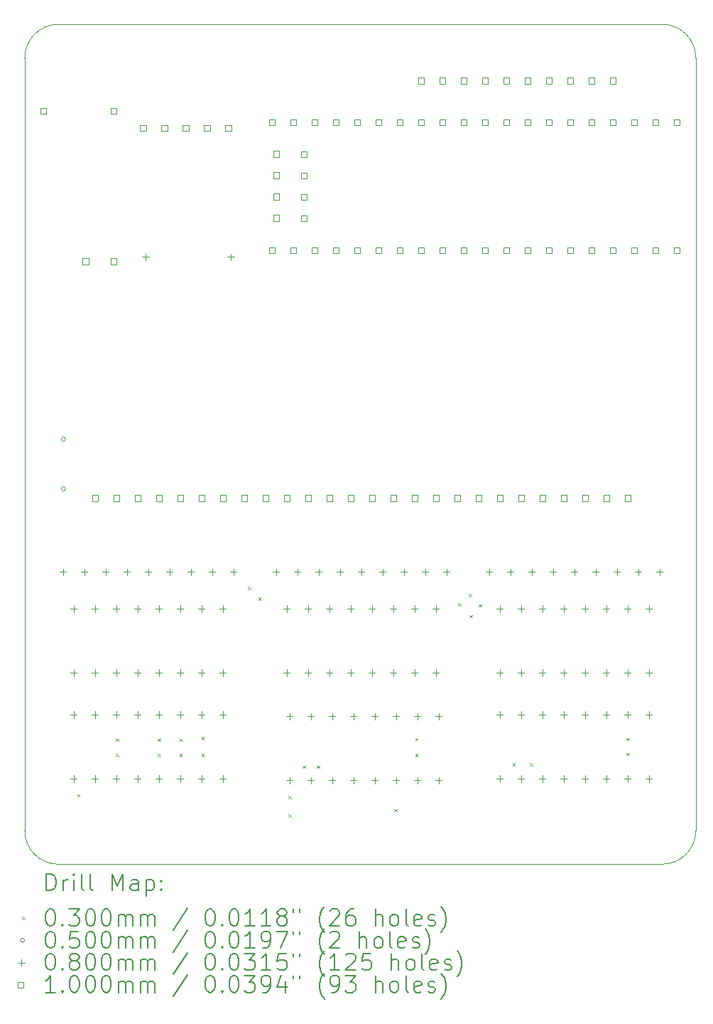
<source format=gbr>
%TF.GenerationSoftware,KiCad,Pcbnew,8.0.4*%
%TF.CreationDate,2024-08-28T21:50:11+12:00*%
%TF.ProjectId,OperationBaldr,4f706572-6174-4696-9f6e-42616c64722e,0.1.1*%
%TF.SameCoordinates,Original*%
%TF.FileFunction,Drillmap*%
%TF.FilePolarity,Positive*%
%FSLAX45Y45*%
G04 Gerber Fmt 4.5, Leading zero omitted, Abs format (unit mm)*
G04 Created by KiCad (PCBNEW 8.0.4) date 2024-08-28 21:50:11*
%MOMM*%
%LPD*%
G01*
G04 APERTURE LIST*
%ADD10C,0.050000*%
%ADD11C,0.200000*%
%ADD12C,0.100000*%
G04 APERTURE END LIST*
D10*
X18700000Y-4200000D02*
G75*
G02*
X19100000Y-4600000I0J-400000D01*
G01*
X18700000Y-4200000D02*
X11500000Y-4200000D01*
X11100000Y-4600000D02*
G75*
G02*
X11500000Y-4200000I400000J0D01*
G01*
X11500000Y-14200000D02*
X18700000Y-14200000D01*
X11500000Y-14200000D02*
G75*
G02*
X11100000Y-13800000I0J400000D01*
G01*
X19100000Y-13800000D02*
G75*
G02*
X18700000Y-14200000I-400000J0D01*
G01*
X11100000Y-4600000D02*
X11100000Y-13800000D01*
X19100000Y-13800000D02*
X19100000Y-4600000D01*
D11*
D12*
X11725000Y-13365000D02*
X11755000Y-13395000D01*
X11755000Y-13365000D02*
X11725000Y-13395000D01*
X12185000Y-12705000D02*
X12215000Y-12735000D01*
X12215000Y-12705000D02*
X12185000Y-12735000D01*
X12185000Y-12885000D02*
X12215000Y-12915000D01*
X12215000Y-12885000D02*
X12185000Y-12915000D01*
X12685000Y-12705000D02*
X12715000Y-12735000D01*
X12715000Y-12705000D02*
X12685000Y-12735000D01*
X12685000Y-12885000D02*
X12715000Y-12915000D01*
X12715000Y-12885000D02*
X12685000Y-12915000D01*
X12945000Y-12705000D02*
X12975000Y-12735000D01*
X12975000Y-12705000D02*
X12945000Y-12735000D01*
X12945000Y-12885000D02*
X12975000Y-12915000D01*
X12975000Y-12885000D02*
X12945000Y-12915000D01*
X13205000Y-12685000D02*
X13235000Y-12715000D01*
X13235000Y-12685000D02*
X13205000Y-12715000D01*
X13205000Y-12885000D02*
X13235000Y-12915000D01*
X13235000Y-12885000D02*
X13205000Y-12915000D01*
X13761000Y-10896000D02*
X13791000Y-10926000D01*
X13791000Y-10896000D02*
X13761000Y-10926000D01*
X13886000Y-11023000D02*
X13916000Y-11053000D01*
X13916000Y-11023000D02*
X13886000Y-11053000D01*
X14245000Y-13385000D02*
X14275000Y-13415000D01*
X14275000Y-13385000D02*
X14245000Y-13415000D01*
X14245000Y-13605000D02*
X14275000Y-13635000D01*
X14275000Y-13605000D02*
X14245000Y-13635000D01*
X14415000Y-13025000D02*
X14445000Y-13055000D01*
X14445000Y-13025000D02*
X14415000Y-13055000D01*
X14585000Y-13025000D02*
X14615000Y-13055000D01*
X14615000Y-13025000D02*
X14585000Y-13055000D01*
X15505000Y-13545000D02*
X15535000Y-13575000D01*
X15535000Y-13545000D02*
X15505000Y-13575000D01*
X15755000Y-12695000D02*
X15785000Y-12725000D01*
X15785000Y-12695000D02*
X15755000Y-12725000D01*
X15755000Y-12885000D02*
X15785000Y-12915000D01*
X15785000Y-12885000D02*
X15755000Y-12915000D01*
X16269000Y-11091000D02*
X16299000Y-11121000D01*
X16299000Y-11091000D02*
X16269000Y-11121000D01*
X16395000Y-10984000D02*
X16425000Y-11014000D01*
X16425000Y-10984000D02*
X16395000Y-11014000D01*
X16403000Y-11233000D02*
X16433000Y-11263000D01*
X16433000Y-11233000D02*
X16403000Y-11263000D01*
X16513033Y-11105033D02*
X16543033Y-11135033D01*
X16543033Y-11105033D02*
X16513033Y-11135033D01*
X16915000Y-12995000D02*
X16945000Y-13025000D01*
X16945000Y-12995000D02*
X16915000Y-13025000D01*
X17125000Y-12995000D02*
X17155000Y-13025000D01*
X17155000Y-12995000D02*
X17125000Y-13025000D01*
X18275000Y-12695000D02*
X18305000Y-12725000D01*
X18305000Y-12695000D02*
X18275000Y-12725000D01*
X18275000Y-12875000D02*
X18305000Y-12905000D01*
X18305000Y-12875000D02*
X18275000Y-12905000D01*
X11585000Y-9140000D02*
G75*
G02*
X11535000Y-9140000I-25000J0D01*
G01*
X11535000Y-9140000D02*
G75*
G02*
X11585000Y-9140000I25000J0D01*
G01*
X11585000Y-9730000D02*
G75*
G02*
X11535000Y-9730000I-25000J0D01*
G01*
X11535000Y-9730000D02*
G75*
G02*
X11585000Y-9730000I25000J0D01*
G01*
X11555500Y-10680000D02*
X11555500Y-10760000D01*
X11515500Y-10720000D02*
X11595500Y-10720000D01*
X11683000Y-11118000D02*
X11683000Y-11198000D01*
X11643000Y-11158000D02*
X11723000Y-11158000D01*
X11683000Y-11880000D02*
X11683000Y-11960000D01*
X11643000Y-11920000D02*
X11723000Y-11920000D01*
X11683000Y-12380000D02*
X11683000Y-12460000D01*
X11643000Y-12420000D02*
X11723000Y-12420000D01*
X11683000Y-13142000D02*
X11683000Y-13222000D01*
X11643000Y-13182000D02*
X11723000Y-13182000D01*
X11809500Y-10680000D02*
X11809500Y-10760000D01*
X11769500Y-10720000D02*
X11849500Y-10720000D01*
X11937000Y-11118000D02*
X11937000Y-11198000D01*
X11897000Y-11158000D02*
X11977000Y-11158000D01*
X11937000Y-11880000D02*
X11937000Y-11960000D01*
X11897000Y-11920000D02*
X11977000Y-11920000D01*
X11937000Y-12380000D02*
X11937000Y-12460000D01*
X11897000Y-12420000D02*
X11977000Y-12420000D01*
X11937000Y-13142000D02*
X11937000Y-13222000D01*
X11897000Y-13182000D02*
X11977000Y-13182000D01*
X12063500Y-10680000D02*
X12063500Y-10760000D01*
X12023500Y-10720000D02*
X12103500Y-10720000D01*
X12191000Y-11118000D02*
X12191000Y-11198000D01*
X12151000Y-11158000D02*
X12231000Y-11158000D01*
X12191000Y-11880000D02*
X12191000Y-11960000D01*
X12151000Y-11920000D02*
X12231000Y-11920000D01*
X12191000Y-12380000D02*
X12191000Y-12460000D01*
X12151000Y-12420000D02*
X12231000Y-12420000D01*
X12191000Y-13142000D02*
X12191000Y-13222000D01*
X12151000Y-13182000D02*
X12231000Y-13182000D01*
X12317500Y-10680000D02*
X12317500Y-10760000D01*
X12277500Y-10720000D02*
X12357500Y-10720000D01*
X12445000Y-11118000D02*
X12445000Y-11198000D01*
X12405000Y-11158000D02*
X12485000Y-11158000D01*
X12445000Y-11880000D02*
X12445000Y-11960000D01*
X12405000Y-11920000D02*
X12485000Y-11920000D01*
X12445000Y-12380000D02*
X12445000Y-12460000D01*
X12405000Y-12420000D02*
X12485000Y-12420000D01*
X12445000Y-13142000D02*
X12445000Y-13222000D01*
X12405000Y-13182000D02*
X12485000Y-13182000D01*
X12540000Y-6931000D02*
X12540000Y-7011000D01*
X12500000Y-6971000D02*
X12580000Y-6971000D01*
X12571500Y-10680000D02*
X12571500Y-10760000D01*
X12531500Y-10720000D02*
X12611500Y-10720000D01*
X12699000Y-11118000D02*
X12699000Y-11198000D01*
X12659000Y-11158000D02*
X12739000Y-11158000D01*
X12699000Y-11880000D02*
X12699000Y-11960000D01*
X12659000Y-11920000D02*
X12739000Y-11920000D01*
X12699000Y-12380000D02*
X12699000Y-12460000D01*
X12659000Y-12420000D02*
X12739000Y-12420000D01*
X12699000Y-13142000D02*
X12699000Y-13222000D01*
X12659000Y-13182000D02*
X12739000Y-13182000D01*
X12825500Y-10680000D02*
X12825500Y-10760000D01*
X12785500Y-10720000D02*
X12865500Y-10720000D01*
X12953000Y-11118000D02*
X12953000Y-11198000D01*
X12913000Y-11158000D02*
X12993000Y-11158000D01*
X12953000Y-11880000D02*
X12953000Y-11960000D01*
X12913000Y-11920000D02*
X12993000Y-11920000D01*
X12953000Y-12380000D02*
X12953000Y-12460000D01*
X12913000Y-12420000D02*
X12993000Y-12420000D01*
X12953000Y-13142000D02*
X12953000Y-13222000D01*
X12913000Y-13182000D02*
X12993000Y-13182000D01*
X13079500Y-10680000D02*
X13079500Y-10760000D01*
X13039500Y-10720000D02*
X13119500Y-10720000D01*
X13207000Y-11118000D02*
X13207000Y-11198000D01*
X13167000Y-11158000D02*
X13247000Y-11158000D01*
X13207000Y-11880000D02*
X13207000Y-11960000D01*
X13167000Y-11920000D02*
X13247000Y-11920000D01*
X13207000Y-12380000D02*
X13207000Y-12460000D01*
X13167000Y-12420000D02*
X13247000Y-12420000D01*
X13207000Y-13142000D02*
X13207000Y-13222000D01*
X13167000Y-13182000D02*
X13247000Y-13182000D01*
X13333500Y-10680000D02*
X13333500Y-10760000D01*
X13293500Y-10720000D02*
X13373500Y-10720000D01*
X13461000Y-11118000D02*
X13461000Y-11198000D01*
X13421000Y-11158000D02*
X13501000Y-11158000D01*
X13461000Y-11880000D02*
X13461000Y-11960000D01*
X13421000Y-11920000D02*
X13501000Y-11920000D01*
X13461000Y-12380000D02*
X13461000Y-12460000D01*
X13421000Y-12420000D02*
X13501000Y-12420000D01*
X13461000Y-13142000D02*
X13461000Y-13222000D01*
X13421000Y-13182000D02*
X13501000Y-13182000D01*
X13556000Y-6931000D02*
X13556000Y-7011000D01*
X13516000Y-6971000D02*
X13596000Y-6971000D01*
X13587500Y-10680000D02*
X13587500Y-10760000D01*
X13547500Y-10720000D02*
X13627500Y-10720000D01*
X14095500Y-10680000D02*
X14095500Y-10760000D01*
X14055500Y-10720000D02*
X14135500Y-10720000D01*
X14223000Y-11118000D02*
X14223000Y-11198000D01*
X14183000Y-11158000D02*
X14263000Y-11158000D01*
X14223000Y-11880000D02*
X14223000Y-11960000D01*
X14183000Y-11920000D02*
X14263000Y-11920000D01*
X14256000Y-12400000D02*
X14256000Y-12480000D01*
X14216000Y-12440000D02*
X14296000Y-12440000D01*
X14256000Y-13162000D02*
X14256000Y-13242000D01*
X14216000Y-13202000D02*
X14296000Y-13202000D01*
X14349500Y-10680000D02*
X14349500Y-10760000D01*
X14309500Y-10720000D02*
X14389500Y-10720000D01*
X14477000Y-11118000D02*
X14477000Y-11198000D01*
X14437000Y-11158000D02*
X14517000Y-11158000D01*
X14477000Y-11880000D02*
X14477000Y-11960000D01*
X14437000Y-11920000D02*
X14517000Y-11920000D01*
X14510000Y-12400000D02*
X14510000Y-12480000D01*
X14470000Y-12440000D02*
X14550000Y-12440000D01*
X14510000Y-13162000D02*
X14510000Y-13242000D01*
X14470000Y-13202000D02*
X14550000Y-13202000D01*
X14603500Y-10680000D02*
X14603500Y-10760000D01*
X14563500Y-10720000D02*
X14643500Y-10720000D01*
X14731000Y-11118000D02*
X14731000Y-11198000D01*
X14691000Y-11158000D02*
X14771000Y-11158000D01*
X14731000Y-11880000D02*
X14731000Y-11960000D01*
X14691000Y-11920000D02*
X14771000Y-11920000D01*
X14764000Y-12400000D02*
X14764000Y-12480000D01*
X14724000Y-12440000D02*
X14804000Y-12440000D01*
X14764000Y-13162000D02*
X14764000Y-13242000D01*
X14724000Y-13202000D02*
X14804000Y-13202000D01*
X14857500Y-10680000D02*
X14857500Y-10760000D01*
X14817500Y-10720000D02*
X14897500Y-10720000D01*
X14985000Y-11118000D02*
X14985000Y-11198000D01*
X14945000Y-11158000D02*
X15025000Y-11158000D01*
X14985000Y-11880000D02*
X14985000Y-11960000D01*
X14945000Y-11920000D02*
X15025000Y-11920000D01*
X15018000Y-12400000D02*
X15018000Y-12480000D01*
X14978000Y-12440000D02*
X15058000Y-12440000D01*
X15018000Y-13162000D02*
X15018000Y-13242000D01*
X14978000Y-13202000D02*
X15058000Y-13202000D01*
X15111500Y-10680000D02*
X15111500Y-10760000D01*
X15071500Y-10720000D02*
X15151500Y-10720000D01*
X15239000Y-11118000D02*
X15239000Y-11198000D01*
X15199000Y-11158000D02*
X15279000Y-11158000D01*
X15239000Y-11880000D02*
X15239000Y-11960000D01*
X15199000Y-11920000D02*
X15279000Y-11920000D01*
X15272000Y-12400000D02*
X15272000Y-12480000D01*
X15232000Y-12440000D02*
X15312000Y-12440000D01*
X15272000Y-13162000D02*
X15272000Y-13242000D01*
X15232000Y-13202000D02*
X15312000Y-13202000D01*
X15365500Y-10680000D02*
X15365500Y-10760000D01*
X15325500Y-10720000D02*
X15405500Y-10720000D01*
X15493000Y-11118000D02*
X15493000Y-11198000D01*
X15453000Y-11158000D02*
X15533000Y-11158000D01*
X15493000Y-11880000D02*
X15493000Y-11960000D01*
X15453000Y-11920000D02*
X15533000Y-11920000D01*
X15526000Y-12400000D02*
X15526000Y-12480000D01*
X15486000Y-12440000D02*
X15566000Y-12440000D01*
X15526000Y-13162000D02*
X15526000Y-13242000D01*
X15486000Y-13202000D02*
X15566000Y-13202000D01*
X15619500Y-10680000D02*
X15619500Y-10760000D01*
X15579500Y-10720000D02*
X15659500Y-10720000D01*
X15747000Y-11118000D02*
X15747000Y-11198000D01*
X15707000Y-11158000D02*
X15787000Y-11158000D01*
X15747000Y-11880000D02*
X15747000Y-11960000D01*
X15707000Y-11920000D02*
X15787000Y-11920000D01*
X15780000Y-12400000D02*
X15780000Y-12480000D01*
X15740000Y-12440000D02*
X15820000Y-12440000D01*
X15780000Y-13162000D02*
X15780000Y-13242000D01*
X15740000Y-13202000D02*
X15820000Y-13202000D01*
X15873500Y-10680000D02*
X15873500Y-10760000D01*
X15833500Y-10720000D02*
X15913500Y-10720000D01*
X16001000Y-11118000D02*
X16001000Y-11198000D01*
X15961000Y-11158000D02*
X16041000Y-11158000D01*
X16001000Y-11880000D02*
X16001000Y-11960000D01*
X15961000Y-11920000D02*
X16041000Y-11920000D01*
X16034000Y-12400000D02*
X16034000Y-12480000D01*
X15994000Y-12440000D02*
X16074000Y-12440000D01*
X16034000Y-13162000D02*
X16034000Y-13242000D01*
X15994000Y-13202000D02*
X16074000Y-13202000D01*
X16127500Y-10680000D02*
X16127500Y-10760000D01*
X16087500Y-10720000D02*
X16167500Y-10720000D01*
X16635500Y-10680000D02*
X16635500Y-10760000D01*
X16595500Y-10720000D02*
X16675500Y-10720000D01*
X16763000Y-11118000D02*
X16763000Y-11198000D01*
X16723000Y-11158000D02*
X16803000Y-11158000D01*
X16763000Y-11880000D02*
X16763000Y-11960000D01*
X16723000Y-11920000D02*
X16803000Y-11920000D01*
X16763000Y-12380000D02*
X16763000Y-12460000D01*
X16723000Y-12420000D02*
X16803000Y-12420000D01*
X16763000Y-13142000D02*
X16763000Y-13222000D01*
X16723000Y-13182000D02*
X16803000Y-13182000D01*
X16889500Y-10680000D02*
X16889500Y-10760000D01*
X16849500Y-10720000D02*
X16929500Y-10720000D01*
X17017000Y-11118000D02*
X17017000Y-11198000D01*
X16977000Y-11158000D02*
X17057000Y-11158000D01*
X17017000Y-11880000D02*
X17017000Y-11960000D01*
X16977000Y-11920000D02*
X17057000Y-11920000D01*
X17017000Y-12380000D02*
X17017000Y-12460000D01*
X16977000Y-12420000D02*
X17057000Y-12420000D01*
X17017000Y-13142000D02*
X17017000Y-13222000D01*
X16977000Y-13182000D02*
X17057000Y-13182000D01*
X17143500Y-10680000D02*
X17143500Y-10760000D01*
X17103500Y-10720000D02*
X17183500Y-10720000D01*
X17271000Y-11118000D02*
X17271000Y-11198000D01*
X17231000Y-11158000D02*
X17311000Y-11158000D01*
X17271000Y-11880000D02*
X17271000Y-11960000D01*
X17231000Y-11920000D02*
X17311000Y-11920000D01*
X17271000Y-12380000D02*
X17271000Y-12460000D01*
X17231000Y-12420000D02*
X17311000Y-12420000D01*
X17271000Y-13142000D02*
X17271000Y-13222000D01*
X17231000Y-13182000D02*
X17311000Y-13182000D01*
X17397500Y-10680000D02*
X17397500Y-10760000D01*
X17357500Y-10720000D02*
X17437500Y-10720000D01*
X17525000Y-11118000D02*
X17525000Y-11198000D01*
X17485000Y-11158000D02*
X17565000Y-11158000D01*
X17525000Y-11880000D02*
X17525000Y-11960000D01*
X17485000Y-11920000D02*
X17565000Y-11920000D01*
X17525000Y-12380000D02*
X17525000Y-12460000D01*
X17485000Y-12420000D02*
X17565000Y-12420000D01*
X17525000Y-13142000D02*
X17525000Y-13222000D01*
X17485000Y-13182000D02*
X17565000Y-13182000D01*
X17651500Y-10680000D02*
X17651500Y-10760000D01*
X17611500Y-10720000D02*
X17691500Y-10720000D01*
X17779000Y-11118000D02*
X17779000Y-11198000D01*
X17739000Y-11158000D02*
X17819000Y-11158000D01*
X17779000Y-11880000D02*
X17779000Y-11960000D01*
X17739000Y-11920000D02*
X17819000Y-11920000D01*
X17779000Y-12380000D02*
X17779000Y-12460000D01*
X17739000Y-12420000D02*
X17819000Y-12420000D01*
X17779000Y-13142000D02*
X17779000Y-13222000D01*
X17739000Y-13182000D02*
X17819000Y-13182000D01*
X17905500Y-10680000D02*
X17905500Y-10760000D01*
X17865500Y-10720000D02*
X17945500Y-10720000D01*
X18033000Y-11118000D02*
X18033000Y-11198000D01*
X17993000Y-11158000D02*
X18073000Y-11158000D01*
X18033000Y-11880000D02*
X18033000Y-11960000D01*
X17993000Y-11920000D02*
X18073000Y-11920000D01*
X18033000Y-12380000D02*
X18033000Y-12460000D01*
X17993000Y-12420000D02*
X18073000Y-12420000D01*
X18033000Y-13142000D02*
X18033000Y-13222000D01*
X17993000Y-13182000D02*
X18073000Y-13182000D01*
X18159500Y-10680000D02*
X18159500Y-10760000D01*
X18119500Y-10720000D02*
X18199500Y-10720000D01*
X18287000Y-11118000D02*
X18287000Y-11198000D01*
X18247000Y-11158000D02*
X18327000Y-11158000D01*
X18287000Y-11880000D02*
X18287000Y-11960000D01*
X18247000Y-11920000D02*
X18327000Y-11920000D01*
X18287000Y-12380000D02*
X18287000Y-12460000D01*
X18247000Y-12420000D02*
X18327000Y-12420000D01*
X18287000Y-13142000D02*
X18287000Y-13222000D01*
X18247000Y-13182000D02*
X18327000Y-13182000D01*
X18413500Y-10680000D02*
X18413500Y-10760000D01*
X18373500Y-10720000D02*
X18453500Y-10720000D01*
X18541000Y-11118000D02*
X18541000Y-11198000D01*
X18501000Y-11158000D02*
X18581000Y-11158000D01*
X18541000Y-11880000D02*
X18541000Y-11960000D01*
X18501000Y-11920000D02*
X18581000Y-11920000D01*
X18541000Y-12380000D02*
X18541000Y-12460000D01*
X18501000Y-12420000D02*
X18581000Y-12420000D01*
X18541000Y-13142000D02*
X18541000Y-13222000D01*
X18501000Y-13182000D02*
X18581000Y-13182000D01*
X18667500Y-10680000D02*
X18667500Y-10760000D01*
X18627500Y-10720000D02*
X18707500Y-10720000D01*
X11356856Y-5266356D02*
X11356856Y-5195644D01*
X11286144Y-5195644D01*
X11286144Y-5266356D01*
X11356856Y-5266356D01*
X11860856Y-7056356D02*
X11860856Y-6985644D01*
X11790144Y-6985644D01*
X11790144Y-7056356D01*
X11860856Y-7056356D01*
X11973356Y-9877856D02*
X11973356Y-9807144D01*
X11902644Y-9807144D01*
X11902644Y-9877856D01*
X11973356Y-9877856D01*
X12195856Y-5266356D02*
X12195856Y-5195644D01*
X12125144Y-5195644D01*
X12125144Y-5266356D01*
X12195856Y-5266356D01*
X12195856Y-7056356D02*
X12195856Y-6985644D01*
X12125144Y-6985644D01*
X12125144Y-7056356D01*
X12195856Y-7056356D01*
X12227356Y-9877856D02*
X12227356Y-9807144D01*
X12156644Y-9807144D01*
X12156644Y-9877856D01*
X12227356Y-9877856D01*
X12481356Y-9877856D02*
X12481356Y-9807144D01*
X12410644Y-9807144D01*
X12410644Y-9877856D01*
X12481356Y-9877856D01*
X12545356Y-5468356D02*
X12545356Y-5397644D01*
X12474644Y-5397644D01*
X12474644Y-5468356D01*
X12545356Y-5468356D01*
X12735356Y-9877856D02*
X12735356Y-9807144D01*
X12664644Y-9807144D01*
X12664644Y-9877856D01*
X12735356Y-9877856D01*
X12799356Y-5468356D02*
X12799356Y-5397644D01*
X12728644Y-5397644D01*
X12728644Y-5468356D01*
X12799356Y-5468356D01*
X12989356Y-9877856D02*
X12989356Y-9807144D01*
X12918644Y-9807144D01*
X12918644Y-9877856D01*
X12989356Y-9877856D01*
X13053356Y-5468356D02*
X13053356Y-5397644D01*
X12982644Y-5397644D01*
X12982644Y-5468356D01*
X13053356Y-5468356D01*
X13243356Y-9877856D02*
X13243356Y-9807144D01*
X13172644Y-9807144D01*
X13172644Y-9877856D01*
X13243356Y-9877856D01*
X13307356Y-5468356D02*
X13307356Y-5397644D01*
X13236644Y-5397644D01*
X13236644Y-5468356D01*
X13307356Y-5468356D01*
X13497356Y-9877856D02*
X13497356Y-9807144D01*
X13426644Y-9807144D01*
X13426644Y-9877856D01*
X13497356Y-9877856D01*
X13561356Y-5468356D02*
X13561356Y-5397644D01*
X13490644Y-5397644D01*
X13490644Y-5468356D01*
X13561356Y-5468356D01*
X13751356Y-9877856D02*
X13751356Y-9807144D01*
X13680644Y-9807144D01*
X13680644Y-9877856D01*
X13751356Y-9877856D01*
X14005356Y-9877856D02*
X14005356Y-9807144D01*
X13934644Y-9807144D01*
X13934644Y-9877856D01*
X14005356Y-9877856D01*
X14083356Y-5400356D02*
X14083356Y-5329644D01*
X14012644Y-5329644D01*
X14012644Y-5400356D01*
X14083356Y-5400356D01*
X14083356Y-6924356D02*
X14083356Y-6853644D01*
X14012644Y-6853644D01*
X14012644Y-6924356D01*
X14083356Y-6924356D01*
X14130856Y-5780356D02*
X14130856Y-5709644D01*
X14060144Y-5709644D01*
X14060144Y-5780356D01*
X14130856Y-5780356D01*
X14130856Y-6034356D02*
X14130856Y-5963644D01*
X14060144Y-5963644D01*
X14060144Y-6034356D01*
X14130856Y-6034356D01*
X14130856Y-6288356D02*
X14130856Y-6217644D01*
X14060144Y-6217644D01*
X14060144Y-6288356D01*
X14130856Y-6288356D01*
X14130856Y-6542356D02*
X14130856Y-6471644D01*
X14060144Y-6471644D01*
X14060144Y-6542356D01*
X14130856Y-6542356D01*
X14259356Y-9877856D02*
X14259356Y-9807144D01*
X14188644Y-9807144D01*
X14188644Y-9877856D01*
X14259356Y-9877856D01*
X14337356Y-5400356D02*
X14337356Y-5329644D01*
X14266644Y-5329644D01*
X14266644Y-5400356D01*
X14337356Y-5400356D01*
X14337356Y-6924356D02*
X14337356Y-6853644D01*
X14266644Y-6853644D01*
X14266644Y-6924356D01*
X14337356Y-6924356D01*
X14464356Y-5781356D02*
X14464356Y-5710644D01*
X14393644Y-5710644D01*
X14393644Y-5781356D01*
X14464356Y-5781356D01*
X14464356Y-6035356D02*
X14464356Y-5964644D01*
X14393644Y-5964644D01*
X14393644Y-6035356D01*
X14464356Y-6035356D01*
X14464356Y-6289356D02*
X14464356Y-6218644D01*
X14393644Y-6218644D01*
X14393644Y-6289356D01*
X14464356Y-6289356D01*
X14464356Y-6543356D02*
X14464356Y-6472644D01*
X14393644Y-6472644D01*
X14393644Y-6543356D01*
X14464356Y-6543356D01*
X14513356Y-9877856D02*
X14513356Y-9807144D01*
X14442644Y-9807144D01*
X14442644Y-9877856D01*
X14513356Y-9877856D01*
X14591356Y-5400356D02*
X14591356Y-5329644D01*
X14520644Y-5329644D01*
X14520644Y-5400356D01*
X14591356Y-5400356D01*
X14591356Y-6924356D02*
X14591356Y-6853644D01*
X14520644Y-6853644D01*
X14520644Y-6924356D01*
X14591356Y-6924356D01*
X14767356Y-9877856D02*
X14767356Y-9807144D01*
X14696644Y-9807144D01*
X14696644Y-9877856D01*
X14767356Y-9877856D01*
X14845356Y-5400356D02*
X14845356Y-5329644D01*
X14774644Y-5329644D01*
X14774644Y-5400356D01*
X14845356Y-5400356D01*
X14845356Y-6924356D02*
X14845356Y-6853644D01*
X14774644Y-6853644D01*
X14774644Y-6924356D01*
X14845356Y-6924356D01*
X15021356Y-9877856D02*
X15021356Y-9807144D01*
X14950644Y-9807144D01*
X14950644Y-9877856D01*
X15021356Y-9877856D01*
X15099356Y-5400356D02*
X15099356Y-5329644D01*
X15028644Y-5329644D01*
X15028644Y-5400356D01*
X15099356Y-5400356D01*
X15099356Y-6924356D02*
X15099356Y-6853644D01*
X15028644Y-6853644D01*
X15028644Y-6924356D01*
X15099356Y-6924356D01*
X15275356Y-9877856D02*
X15275356Y-9807144D01*
X15204644Y-9807144D01*
X15204644Y-9877856D01*
X15275356Y-9877856D01*
X15353356Y-5400356D02*
X15353356Y-5329644D01*
X15282644Y-5329644D01*
X15282644Y-5400356D01*
X15353356Y-5400356D01*
X15353356Y-6924356D02*
X15353356Y-6853644D01*
X15282644Y-6853644D01*
X15282644Y-6924356D01*
X15353356Y-6924356D01*
X15529356Y-9877856D02*
X15529356Y-9807144D01*
X15458644Y-9807144D01*
X15458644Y-9877856D01*
X15529356Y-9877856D01*
X15607356Y-5400356D02*
X15607356Y-5329644D01*
X15536644Y-5329644D01*
X15536644Y-5400356D01*
X15607356Y-5400356D01*
X15607356Y-6924356D02*
X15607356Y-6853644D01*
X15536644Y-6853644D01*
X15536644Y-6924356D01*
X15607356Y-6924356D01*
X15783356Y-9877856D02*
X15783356Y-9807144D01*
X15712644Y-9807144D01*
X15712644Y-9877856D01*
X15783356Y-9877856D01*
X15859356Y-4906356D02*
X15859356Y-4835644D01*
X15788644Y-4835644D01*
X15788644Y-4906356D01*
X15859356Y-4906356D01*
X15861356Y-5400356D02*
X15861356Y-5329644D01*
X15790644Y-5329644D01*
X15790644Y-5400356D01*
X15861356Y-5400356D01*
X15861356Y-6924356D02*
X15861356Y-6853644D01*
X15790644Y-6853644D01*
X15790644Y-6924356D01*
X15861356Y-6924356D01*
X16037356Y-9877856D02*
X16037356Y-9807144D01*
X15966644Y-9807144D01*
X15966644Y-9877856D01*
X16037356Y-9877856D01*
X16113356Y-4906356D02*
X16113356Y-4835644D01*
X16042644Y-4835644D01*
X16042644Y-4906356D01*
X16113356Y-4906356D01*
X16115356Y-5400356D02*
X16115356Y-5329644D01*
X16044644Y-5329644D01*
X16044644Y-5400356D01*
X16115356Y-5400356D01*
X16115356Y-6924356D02*
X16115356Y-6853644D01*
X16044644Y-6853644D01*
X16044644Y-6924356D01*
X16115356Y-6924356D01*
X16291356Y-9877856D02*
X16291356Y-9807144D01*
X16220644Y-9807144D01*
X16220644Y-9877856D01*
X16291356Y-9877856D01*
X16367356Y-4906356D02*
X16367356Y-4835644D01*
X16296644Y-4835644D01*
X16296644Y-4906356D01*
X16367356Y-4906356D01*
X16369356Y-5400356D02*
X16369356Y-5329644D01*
X16298644Y-5329644D01*
X16298644Y-5400356D01*
X16369356Y-5400356D01*
X16369356Y-6924356D02*
X16369356Y-6853644D01*
X16298644Y-6853644D01*
X16298644Y-6924356D01*
X16369356Y-6924356D01*
X16545356Y-9877856D02*
X16545356Y-9807144D01*
X16474644Y-9807144D01*
X16474644Y-9877856D01*
X16545356Y-9877856D01*
X16621356Y-4906356D02*
X16621356Y-4835644D01*
X16550644Y-4835644D01*
X16550644Y-4906356D01*
X16621356Y-4906356D01*
X16623356Y-5400356D02*
X16623356Y-5329644D01*
X16552644Y-5329644D01*
X16552644Y-5400356D01*
X16623356Y-5400356D01*
X16623356Y-6924356D02*
X16623356Y-6853644D01*
X16552644Y-6853644D01*
X16552644Y-6924356D01*
X16623356Y-6924356D01*
X16799356Y-9877856D02*
X16799356Y-9807144D01*
X16728644Y-9807144D01*
X16728644Y-9877856D01*
X16799356Y-9877856D01*
X16875356Y-4906356D02*
X16875356Y-4835644D01*
X16804644Y-4835644D01*
X16804644Y-4906356D01*
X16875356Y-4906356D01*
X16877356Y-5400356D02*
X16877356Y-5329644D01*
X16806644Y-5329644D01*
X16806644Y-5400356D01*
X16877356Y-5400356D01*
X16877356Y-6924356D02*
X16877356Y-6853644D01*
X16806644Y-6853644D01*
X16806644Y-6924356D01*
X16877356Y-6924356D01*
X17053356Y-9877856D02*
X17053356Y-9807144D01*
X16982644Y-9807144D01*
X16982644Y-9877856D01*
X17053356Y-9877856D01*
X17129356Y-4906356D02*
X17129356Y-4835644D01*
X17058644Y-4835644D01*
X17058644Y-4906356D01*
X17129356Y-4906356D01*
X17131356Y-5400356D02*
X17131356Y-5329644D01*
X17060644Y-5329644D01*
X17060644Y-5400356D01*
X17131356Y-5400356D01*
X17131356Y-6924356D02*
X17131356Y-6853644D01*
X17060644Y-6853644D01*
X17060644Y-6924356D01*
X17131356Y-6924356D01*
X17307356Y-9877856D02*
X17307356Y-9807144D01*
X17236644Y-9807144D01*
X17236644Y-9877856D01*
X17307356Y-9877856D01*
X17383356Y-4906356D02*
X17383356Y-4835644D01*
X17312644Y-4835644D01*
X17312644Y-4906356D01*
X17383356Y-4906356D01*
X17385356Y-5400356D02*
X17385356Y-5329644D01*
X17314644Y-5329644D01*
X17314644Y-5400356D01*
X17385356Y-5400356D01*
X17385356Y-6924356D02*
X17385356Y-6853644D01*
X17314644Y-6853644D01*
X17314644Y-6924356D01*
X17385356Y-6924356D01*
X17561356Y-9877856D02*
X17561356Y-9807144D01*
X17490644Y-9807144D01*
X17490644Y-9877856D01*
X17561356Y-9877856D01*
X17637356Y-4906356D02*
X17637356Y-4835644D01*
X17566644Y-4835644D01*
X17566644Y-4906356D01*
X17637356Y-4906356D01*
X17639356Y-5400356D02*
X17639356Y-5329644D01*
X17568644Y-5329644D01*
X17568644Y-5400356D01*
X17639356Y-5400356D01*
X17639356Y-6924356D02*
X17639356Y-6853644D01*
X17568644Y-6853644D01*
X17568644Y-6924356D01*
X17639356Y-6924356D01*
X17815356Y-9877856D02*
X17815356Y-9807144D01*
X17744644Y-9807144D01*
X17744644Y-9877856D01*
X17815356Y-9877856D01*
X17891356Y-4906356D02*
X17891356Y-4835644D01*
X17820644Y-4835644D01*
X17820644Y-4906356D01*
X17891356Y-4906356D01*
X17893356Y-5400356D02*
X17893356Y-5329644D01*
X17822644Y-5329644D01*
X17822644Y-5400356D01*
X17893356Y-5400356D01*
X17893356Y-6924356D02*
X17893356Y-6853644D01*
X17822644Y-6853644D01*
X17822644Y-6924356D01*
X17893356Y-6924356D01*
X18069356Y-9877856D02*
X18069356Y-9807144D01*
X17998644Y-9807144D01*
X17998644Y-9877856D01*
X18069356Y-9877856D01*
X18145356Y-4906356D02*
X18145356Y-4835644D01*
X18074644Y-4835644D01*
X18074644Y-4906356D01*
X18145356Y-4906356D01*
X18147356Y-5400356D02*
X18147356Y-5329644D01*
X18076644Y-5329644D01*
X18076644Y-5400356D01*
X18147356Y-5400356D01*
X18147356Y-6924356D02*
X18147356Y-6853644D01*
X18076644Y-6853644D01*
X18076644Y-6924356D01*
X18147356Y-6924356D01*
X18323356Y-9877856D02*
X18323356Y-9807144D01*
X18252644Y-9807144D01*
X18252644Y-9877856D01*
X18323356Y-9877856D01*
X18401356Y-5400356D02*
X18401356Y-5329644D01*
X18330644Y-5329644D01*
X18330644Y-5400356D01*
X18401356Y-5400356D01*
X18401356Y-6924356D02*
X18401356Y-6853644D01*
X18330644Y-6853644D01*
X18330644Y-6924356D01*
X18401356Y-6924356D01*
X18655356Y-5400356D02*
X18655356Y-5329644D01*
X18584644Y-5329644D01*
X18584644Y-5400356D01*
X18655356Y-5400356D01*
X18655356Y-6924356D02*
X18655356Y-6853644D01*
X18584644Y-6853644D01*
X18584644Y-6924356D01*
X18655356Y-6924356D01*
X18909356Y-5400356D02*
X18909356Y-5329644D01*
X18838644Y-5329644D01*
X18838644Y-5400356D01*
X18909356Y-5400356D01*
X18909356Y-6924356D02*
X18909356Y-6853644D01*
X18838644Y-6853644D01*
X18838644Y-6924356D01*
X18909356Y-6924356D01*
D11*
X11358277Y-14513984D02*
X11358277Y-14313984D01*
X11358277Y-14313984D02*
X11405896Y-14313984D01*
X11405896Y-14313984D02*
X11434467Y-14323508D01*
X11434467Y-14323508D02*
X11453515Y-14342555D01*
X11453515Y-14342555D02*
X11463039Y-14361603D01*
X11463039Y-14361603D02*
X11472562Y-14399698D01*
X11472562Y-14399698D02*
X11472562Y-14428269D01*
X11472562Y-14428269D02*
X11463039Y-14466365D01*
X11463039Y-14466365D02*
X11453515Y-14485412D01*
X11453515Y-14485412D02*
X11434467Y-14504460D01*
X11434467Y-14504460D02*
X11405896Y-14513984D01*
X11405896Y-14513984D02*
X11358277Y-14513984D01*
X11558277Y-14513984D02*
X11558277Y-14380650D01*
X11558277Y-14418746D02*
X11567801Y-14399698D01*
X11567801Y-14399698D02*
X11577324Y-14390174D01*
X11577324Y-14390174D02*
X11596372Y-14380650D01*
X11596372Y-14380650D02*
X11615420Y-14380650D01*
X11682086Y-14513984D02*
X11682086Y-14380650D01*
X11682086Y-14313984D02*
X11672562Y-14323508D01*
X11672562Y-14323508D02*
X11682086Y-14333031D01*
X11682086Y-14333031D02*
X11691610Y-14323508D01*
X11691610Y-14323508D02*
X11682086Y-14313984D01*
X11682086Y-14313984D02*
X11682086Y-14333031D01*
X11805896Y-14513984D02*
X11786848Y-14504460D01*
X11786848Y-14504460D02*
X11777324Y-14485412D01*
X11777324Y-14485412D02*
X11777324Y-14313984D01*
X11910658Y-14513984D02*
X11891610Y-14504460D01*
X11891610Y-14504460D02*
X11882086Y-14485412D01*
X11882086Y-14485412D02*
X11882086Y-14313984D01*
X12139229Y-14513984D02*
X12139229Y-14313984D01*
X12139229Y-14313984D02*
X12205896Y-14456841D01*
X12205896Y-14456841D02*
X12272562Y-14313984D01*
X12272562Y-14313984D02*
X12272562Y-14513984D01*
X12453515Y-14513984D02*
X12453515Y-14409222D01*
X12453515Y-14409222D02*
X12443991Y-14390174D01*
X12443991Y-14390174D02*
X12424943Y-14380650D01*
X12424943Y-14380650D02*
X12386848Y-14380650D01*
X12386848Y-14380650D02*
X12367801Y-14390174D01*
X12453515Y-14504460D02*
X12434467Y-14513984D01*
X12434467Y-14513984D02*
X12386848Y-14513984D01*
X12386848Y-14513984D02*
X12367801Y-14504460D01*
X12367801Y-14504460D02*
X12358277Y-14485412D01*
X12358277Y-14485412D02*
X12358277Y-14466365D01*
X12358277Y-14466365D02*
X12367801Y-14447317D01*
X12367801Y-14447317D02*
X12386848Y-14437793D01*
X12386848Y-14437793D02*
X12434467Y-14437793D01*
X12434467Y-14437793D02*
X12453515Y-14428269D01*
X12548753Y-14380650D02*
X12548753Y-14580650D01*
X12548753Y-14390174D02*
X12567801Y-14380650D01*
X12567801Y-14380650D02*
X12605896Y-14380650D01*
X12605896Y-14380650D02*
X12624943Y-14390174D01*
X12624943Y-14390174D02*
X12634467Y-14399698D01*
X12634467Y-14399698D02*
X12643991Y-14418746D01*
X12643991Y-14418746D02*
X12643991Y-14475888D01*
X12643991Y-14475888D02*
X12634467Y-14494936D01*
X12634467Y-14494936D02*
X12624943Y-14504460D01*
X12624943Y-14504460D02*
X12605896Y-14513984D01*
X12605896Y-14513984D02*
X12567801Y-14513984D01*
X12567801Y-14513984D02*
X12548753Y-14504460D01*
X12729705Y-14494936D02*
X12739229Y-14504460D01*
X12739229Y-14504460D02*
X12729705Y-14513984D01*
X12729705Y-14513984D02*
X12720182Y-14504460D01*
X12720182Y-14504460D02*
X12729705Y-14494936D01*
X12729705Y-14494936D02*
X12729705Y-14513984D01*
X12729705Y-14390174D02*
X12739229Y-14399698D01*
X12739229Y-14399698D02*
X12729705Y-14409222D01*
X12729705Y-14409222D02*
X12720182Y-14399698D01*
X12720182Y-14399698D02*
X12729705Y-14390174D01*
X12729705Y-14390174D02*
X12729705Y-14409222D01*
D12*
X11067500Y-14827500D02*
X11097500Y-14857500D01*
X11097500Y-14827500D02*
X11067500Y-14857500D01*
D11*
X11396372Y-14733984D02*
X11415420Y-14733984D01*
X11415420Y-14733984D02*
X11434467Y-14743508D01*
X11434467Y-14743508D02*
X11443991Y-14753031D01*
X11443991Y-14753031D02*
X11453515Y-14772079D01*
X11453515Y-14772079D02*
X11463039Y-14810174D01*
X11463039Y-14810174D02*
X11463039Y-14857793D01*
X11463039Y-14857793D02*
X11453515Y-14895888D01*
X11453515Y-14895888D02*
X11443991Y-14914936D01*
X11443991Y-14914936D02*
X11434467Y-14924460D01*
X11434467Y-14924460D02*
X11415420Y-14933984D01*
X11415420Y-14933984D02*
X11396372Y-14933984D01*
X11396372Y-14933984D02*
X11377324Y-14924460D01*
X11377324Y-14924460D02*
X11367801Y-14914936D01*
X11367801Y-14914936D02*
X11358277Y-14895888D01*
X11358277Y-14895888D02*
X11348753Y-14857793D01*
X11348753Y-14857793D02*
X11348753Y-14810174D01*
X11348753Y-14810174D02*
X11358277Y-14772079D01*
X11358277Y-14772079D02*
X11367801Y-14753031D01*
X11367801Y-14753031D02*
X11377324Y-14743508D01*
X11377324Y-14743508D02*
X11396372Y-14733984D01*
X11548753Y-14914936D02*
X11558277Y-14924460D01*
X11558277Y-14924460D02*
X11548753Y-14933984D01*
X11548753Y-14933984D02*
X11539229Y-14924460D01*
X11539229Y-14924460D02*
X11548753Y-14914936D01*
X11548753Y-14914936D02*
X11548753Y-14933984D01*
X11624943Y-14733984D02*
X11748753Y-14733984D01*
X11748753Y-14733984D02*
X11682086Y-14810174D01*
X11682086Y-14810174D02*
X11710658Y-14810174D01*
X11710658Y-14810174D02*
X11729705Y-14819698D01*
X11729705Y-14819698D02*
X11739229Y-14829222D01*
X11739229Y-14829222D02*
X11748753Y-14848269D01*
X11748753Y-14848269D02*
X11748753Y-14895888D01*
X11748753Y-14895888D02*
X11739229Y-14914936D01*
X11739229Y-14914936D02*
X11729705Y-14924460D01*
X11729705Y-14924460D02*
X11710658Y-14933984D01*
X11710658Y-14933984D02*
X11653515Y-14933984D01*
X11653515Y-14933984D02*
X11634467Y-14924460D01*
X11634467Y-14924460D02*
X11624943Y-14914936D01*
X11872562Y-14733984D02*
X11891610Y-14733984D01*
X11891610Y-14733984D02*
X11910658Y-14743508D01*
X11910658Y-14743508D02*
X11920182Y-14753031D01*
X11920182Y-14753031D02*
X11929705Y-14772079D01*
X11929705Y-14772079D02*
X11939229Y-14810174D01*
X11939229Y-14810174D02*
X11939229Y-14857793D01*
X11939229Y-14857793D02*
X11929705Y-14895888D01*
X11929705Y-14895888D02*
X11920182Y-14914936D01*
X11920182Y-14914936D02*
X11910658Y-14924460D01*
X11910658Y-14924460D02*
X11891610Y-14933984D01*
X11891610Y-14933984D02*
X11872562Y-14933984D01*
X11872562Y-14933984D02*
X11853515Y-14924460D01*
X11853515Y-14924460D02*
X11843991Y-14914936D01*
X11843991Y-14914936D02*
X11834467Y-14895888D01*
X11834467Y-14895888D02*
X11824943Y-14857793D01*
X11824943Y-14857793D02*
X11824943Y-14810174D01*
X11824943Y-14810174D02*
X11834467Y-14772079D01*
X11834467Y-14772079D02*
X11843991Y-14753031D01*
X11843991Y-14753031D02*
X11853515Y-14743508D01*
X11853515Y-14743508D02*
X11872562Y-14733984D01*
X12063039Y-14733984D02*
X12082086Y-14733984D01*
X12082086Y-14733984D02*
X12101134Y-14743508D01*
X12101134Y-14743508D02*
X12110658Y-14753031D01*
X12110658Y-14753031D02*
X12120182Y-14772079D01*
X12120182Y-14772079D02*
X12129705Y-14810174D01*
X12129705Y-14810174D02*
X12129705Y-14857793D01*
X12129705Y-14857793D02*
X12120182Y-14895888D01*
X12120182Y-14895888D02*
X12110658Y-14914936D01*
X12110658Y-14914936D02*
X12101134Y-14924460D01*
X12101134Y-14924460D02*
X12082086Y-14933984D01*
X12082086Y-14933984D02*
X12063039Y-14933984D01*
X12063039Y-14933984D02*
X12043991Y-14924460D01*
X12043991Y-14924460D02*
X12034467Y-14914936D01*
X12034467Y-14914936D02*
X12024943Y-14895888D01*
X12024943Y-14895888D02*
X12015420Y-14857793D01*
X12015420Y-14857793D02*
X12015420Y-14810174D01*
X12015420Y-14810174D02*
X12024943Y-14772079D01*
X12024943Y-14772079D02*
X12034467Y-14753031D01*
X12034467Y-14753031D02*
X12043991Y-14743508D01*
X12043991Y-14743508D02*
X12063039Y-14733984D01*
X12215420Y-14933984D02*
X12215420Y-14800650D01*
X12215420Y-14819698D02*
X12224943Y-14810174D01*
X12224943Y-14810174D02*
X12243991Y-14800650D01*
X12243991Y-14800650D02*
X12272563Y-14800650D01*
X12272563Y-14800650D02*
X12291610Y-14810174D01*
X12291610Y-14810174D02*
X12301134Y-14829222D01*
X12301134Y-14829222D02*
X12301134Y-14933984D01*
X12301134Y-14829222D02*
X12310658Y-14810174D01*
X12310658Y-14810174D02*
X12329705Y-14800650D01*
X12329705Y-14800650D02*
X12358277Y-14800650D01*
X12358277Y-14800650D02*
X12377324Y-14810174D01*
X12377324Y-14810174D02*
X12386848Y-14829222D01*
X12386848Y-14829222D02*
X12386848Y-14933984D01*
X12482086Y-14933984D02*
X12482086Y-14800650D01*
X12482086Y-14819698D02*
X12491610Y-14810174D01*
X12491610Y-14810174D02*
X12510658Y-14800650D01*
X12510658Y-14800650D02*
X12539229Y-14800650D01*
X12539229Y-14800650D02*
X12558277Y-14810174D01*
X12558277Y-14810174D02*
X12567801Y-14829222D01*
X12567801Y-14829222D02*
X12567801Y-14933984D01*
X12567801Y-14829222D02*
X12577324Y-14810174D01*
X12577324Y-14810174D02*
X12596372Y-14800650D01*
X12596372Y-14800650D02*
X12624943Y-14800650D01*
X12624943Y-14800650D02*
X12643991Y-14810174D01*
X12643991Y-14810174D02*
X12653515Y-14829222D01*
X12653515Y-14829222D02*
X12653515Y-14933984D01*
X13043991Y-14724460D02*
X12872563Y-14981603D01*
X13301134Y-14733984D02*
X13320182Y-14733984D01*
X13320182Y-14733984D02*
X13339229Y-14743508D01*
X13339229Y-14743508D02*
X13348753Y-14753031D01*
X13348753Y-14753031D02*
X13358277Y-14772079D01*
X13358277Y-14772079D02*
X13367801Y-14810174D01*
X13367801Y-14810174D02*
X13367801Y-14857793D01*
X13367801Y-14857793D02*
X13358277Y-14895888D01*
X13358277Y-14895888D02*
X13348753Y-14914936D01*
X13348753Y-14914936D02*
X13339229Y-14924460D01*
X13339229Y-14924460D02*
X13320182Y-14933984D01*
X13320182Y-14933984D02*
X13301134Y-14933984D01*
X13301134Y-14933984D02*
X13282086Y-14924460D01*
X13282086Y-14924460D02*
X13272563Y-14914936D01*
X13272563Y-14914936D02*
X13263039Y-14895888D01*
X13263039Y-14895888D02*
X13253515Y-14857793D01*
X13253515Y-14857793D02*
X13253515Y-14810174D01*
X13253515Y-14810174D02*
X13263039Y-14772079D01*
X13263039Y-14772079D02*
X13272563Y-14753031D01*
X13272563Y-14753031D02*
X13282086Y-14743508D01*
X13282086Y-14743508D02*
X13301134Y-14733984D01*
X13453515Y-14914936D02*
X13463039Y-14924460D01*
X13463039Y-14924460D02*
X13453515Y-14933984D01*
X13453515Y-14933984D02*
X13443991Y-14924460D01*
X13443991Y-14924460D02*
X13453515Y-14914936D01*
X13453515Y-14914936D02*
X13453515Y-14933984D01*
X13586848Y-14733984D02*
X13605896Y-14733984D01*
X13605896Y-14733984D02*
X13624944Y-14743508D01*
X13624944Y-14743508D02*
X13634467Y-14753031D01*
X13634467Y-14753031D02*
X13643991Y-14772079D01*
X13643991Y-14772079D02*
X13653515Y-14810174D01*
X13653515Y-14810174D02*
X13653515Y-14857793D01*
X13653515Y-14857793D02*
X13643991Y-14895888D01*
X13643991Y-14895888D02*
X13634467Y-14914936D01*
X13634467Y-14914936D02*
X13624944Y-14924460D01*
X13624944Y-14924460D02*
X13605896Y-14933984D01*
X13605896Y-14933984D02*
X13586848Y-14933984D01*
X13586848Y-14933984D02*
X13567801Y-14924460D01*
X13567801Y-14924460D02*
X13558277Y-14914936D01*
X13558277Y-14914936D02*
X13548753Y-14895888D01*
X13548753Y-14895888D02*
X13539229Y-14857793D01*
X13539229Y-14857793D02*
X13539229Y-14810174D01*
X13539229Y-14810174D02*
X13548753Y-14772079D01*
X13548753Y-14772079D02*
X13558277Y-14753031D01*
X13558277Y-14753031D02*
X13567801Y-14743508D01*
X13567801Y-14743508D02*
X13586848Y-14733984D01*
X13843991Y-14933984D02*
X13729706Y-14933984D01*
X13786848Y-14933984D02*
X13786848Y-14733984D01*
X13786848Y-14733984D02*
X13767801Y-14762555D01*
X13767801Y-14762555D02*
X13748753Y-14781603D01*
X13748753Y-14781603D02*
X13729706Y-14791127D01*
X14034467Y-14933984D02*
X13920182Y-14933984D01*
X13977325Y-14933984D02*
X13977325Y-14733984D01*
X13977325Y-14733984D02*
X13958277Y-14762555D01*
X13958277Y-14762555D02*
X13939229Y-14781603D01*
X13939229Y-14781603D02*
X13920182Y-14791127D01*
X14148753Y-14819698D02*
X14129706Y-14810174D01*
X14129706Y-14810174D02*
X14120182Y-14800650D01*
X14120182Y-14800650D02*
X14110658Y-14781603D01*
X14110658Y-14781603D02*
X14110658Y-14772079D01*
X14110658Y-14772079D02*
X14120182Y-14753031D01*
X14120182Y-14753031D02*
X14129706Y-14743508D01*
X14129706Y-14743508D02*
X14148753Y-14733984D01*
X14148753Y-14733984D02*
X14186848Y-14733984D01*
X14186848Y-14733984D02*
X14205896Y-14743508D01*
X14205896Y-14743508D02*
X14215420Y-14753031D01*
X14215420Y-14753031D02*
X14224944Y-14772079D01*
X14224944Y-14772079D02*
X14224944Y-14781603D01*
X14224944Y-14781603D02*
X14215420Y-14800650D01*
X14215420Y-14800650D02*
X14205896Y-14810174D01*
X14205896Y-14810174D02*
X14186848Y-14819698D01*
X14186848Y-14819698D02*
X14148753Y-14819698D01*
X14148753Y-14819698D02*
X14129706Y-14829222D01*
X14129706Y-14829222D02*
X14120182Y-14838746D01*
X14120182Y-14838746D02*
X14110658Y-14857793D01*
X14110658Y-14857793D02*
X14110658Y-14895888D01*
X14110658Y-14895888D02*
X14120182Y-14914936D01*
X14120182Y-14914936D02*
X14129706Y-14924460D01*
X14129706Y-14924460D02*
X14148753Y-14933984D01*
X14148753Y-14933984D02*
X14186848Y-14933984D01*
X14186848Y-14933984D02*
X14205896Y-14924460D01*
X14205896Y-14924460D02*
X14215420Y-14914936D01*
X14215420Y-14914936D02*
X14224944Y-14895888D01*
X14224944Y-14895888D02*
X14224944Y-14857793D01*
X14224944Y-14857793D02*
X14215420Y-14838746D01*
X14215420Y-14838746D02*
X14205896Y-14829222D01*
X14205896Y-14829222D02*
X14186848Y-14819698D01*
X14301134Y-14733984D02*
X14301134Y-14772079D01*
X14377325Y-14733984D02*
X14377325Y-14772079D01*
X14672563Y-15010174D02*
X14663039Y-15000650D01*
X14663039Y-15000650D02*
X14643991Y-14972079D01*
X14643991Y-14972079D02*
X14634468Y-14953031D01*
X14634468Y-14953031D02*
X14624944Y-14924460D01*
X14624944Y-14924460D02*
X14615420Y-14876841D01*
X14615420Y-14876841D02*
X14615420Y-14838746D01*
X14615420Y-14838746D02*
X14624944Y-14791127D01*
X14624944Y-14791127D02*
X14634468Y-14762555D01*
X14634468Y-14762555D02*
X14643991Y-14743508D01*
X14643991Y-14743508D02*
X14663039Y-14714936D01*
X14663039Y-14714936D02*
X14672563Y-14705412D01*
X14739229Y-14753031D02*
X14748753Y-14743508D01*
X14748753Y-14743508D02*
X14767801Y-14733984D01*
X14767801Y-14733984D02*
X14815420Y-14733984D01*
X14815420Y-14733984D02*
X14834468Y-14743508D01*
X14834468Y-14743508D02*
X14843991Y-14753031D01*
X14843991Y-14753031D02*
X14853515Y-14772079D01*
X14853515Y-14772079D02*
X14853515Y-14791127D01*
X14853515Y-14791127D02*
X14843991Y-14819698D01*
X14843991Y-14819698D02*
X14729706Y-14933984D01*
X14729706Y-14933984D02*
X14853515Y-14933984D01*
X15024944Y-14733984D02*
X14986848Y-14733984D01*
X14986848Y-14733984D02*
X14967801Y-14743508D01*
X14967801Y-14743508D02*
X14958277Y-14753031D01*
X14958277Y-14753031D02*
X14939229Y-14781603D01*
X14939229Y-14781603D02*
X14929706Y-14819698D01*
X14929706Y-14819698D02*
X14929706Y-14895888D01*
X14929706Y-14895888D02*
X14939229Y-14914936D01*
X14939229Y-14914936D02*
X14948753Y-14924460D01*
X14948753Y-14924460D02*
X14967801Y-14933984D01*
X14967801Y-14933984D02*
X15005896Y-14933984D01*
X15005896Y-14933984D02*
X15024944Y-14924460D01*
X15024944Y-14924460D02*
X15034468Y-14914936D01*
X15034468Y-14914936D02*
X15043991Y-14895888D01*
X15043991Y-14895888D02*
X15043991Y-14848269D01*
X15043991Y-14848269D02*
X15034468Y-14829222D01*
X15034468Y-14829222D02*
X15024944Y-14819698D01*
X15024944Y-14819698D02*
X15005896Y-14810174D01*
X15005896Y-14810174D02*
X14967801Y-14810174D01*
X14967801Y-14810174D02*
X14948753Y-14819698D01*
X14948753Y-14819698D02*
X14939229Y-14829222D01*
X14939229Y-14829222D02*
X14929706Y-14848269D01*
X15282087Y-14933984D02*
X15282087Y-14733984D01*
X15367801Y-14933984D02*
X15367801Y-14829222D01*
X15367801Y-14829222D02*
X15358277Y-14810174D01*
X15358277Y-14810174D02*
X15339230Y-14800650D01*
X15339230Y-14800650D02*
X15310658Y-14800650D01*
X15310658Y-14800650D02*
X15291610Y-14810174D01*
X15291610Y-14810174D02*
X15282087Y-14819698D01*
X15491610Y-14933984D02*
X15472563Y-14924460D01*
X15472563Y-14924460D02*
X15463039Y-14914936D01*
X15463039Y-14914936D02*
X15453515Y-14895888D01*
X15453515Y-14895888D02*
X15453515Y-14838746D01*
X15453515Y-14838746D02*
X15463039Y-14819698D01*
X15463039Y-14819698D02*
X15472563Y-14810174D01*
X15472563Y-14810174D02*
X15491610Y-14800650D01*
X15491610Y-14800650D02*
X15520182Y-14800650D01*
X15520182Y-14800650D02*
X15539230Y-14810174D01*
X15539230Y-14810174D02*
X15548753Y-14819698D01*
X15548753Y-14819698D02*
X15558277Y-14838746D01*
X15558277Y-14838746D02*
X15558277Y-14895888D01*
X15558277Y-14895888D02*
X15548753Y-14914936D01*
X15548753Y-14914936D02*
X15539230Y-14924460D01*
X15539230Y-14924460D02*
X15520182Y-14933984D01*
X15520182Y-14933984D02*
X15491610Y-14933984D01*
X15672563Y-14933984D02*
X15653515Y-14924460D01*
X15653515Y-14924460D02*
X15643991Y-14905412D01*
X15643991Y-14905412D02*
X15643991Y-14733984D01*
X15824944Y-14924460D02*
X15805896Y-14933984D01*
X15805896Y-14933984D02*
X15767801Y-14933984D01*
X15767801Y-14933984D02*
X15748753Y-14924460D01*
X15748753Y-14924460D02*
X15739230Y-14905412D01*
X15739230Y-14905412D02*
X15739230Y-14829222D01*
X15739230Y-14829222D02*
X15748753Y-14810174D01*
X15748753Y-14810174D02*
X15767801Y-14800650D01*
X15767801Y-14800650D02*
X15805896Y-14800650D01*
X15805896Y-14800650D02*
X15824944Y-14810174D01*
X15824944Y-14810174D02*
X15834468Y-14829222D01*
X15834468Y-14829222D02*
X15834468Y-14848269D01*
X15834468Y-14848269D02*
X15739230Y-14867317D01*
X15910658Y-14924460D02*
X15929706Y-14933984D01*
X15929706Y-14933984D02*
X15967801Y-14933984D01*
X15967801Y-14933984D02*
X15986849Y-14924460D01*
X15986849Y-14924460D02*
X15996372Y-14905412D01*
X15996372Y-14905412D02*
X15996372Y-14895888D01*
X15996372Y-14895888D02*
X15986849Y-14876841D01*
X15986849Y-14876841D02*
X15967801Y-14867317D01*
X15967801Y-14867317D02*
X15939230Y-14867317D01*
X15939230Y-14867317D02*
X15920182Y-14857793D01*
X15920182Y-14857793D02*
X15910658Y-14838746D01*
X15910658Y-14838746D02*
X15910658Y-14829222D01*
X15910658Y-14829222D02*
X15920182Y-14810174D01*
X15920182Y-14810174D02*
X15939230Y-14800650D01*
X15939230Y-14800650D02*
X15967801Y-14800650D01*
X15967801Y-14800650D02*
X15986849Y-14810174D01*
X16063039Y-15010174D02*
X16072563Y-15000650D01*
X16072563Y-15000650D02*
X16091611Y-14972079D01*
X16091611Y-14972079D02*
X16101134Y-14953031D01*
X16101134Y-14953031D02*
X16110658Y-14924460D01*
X16110658Y-14924460D02*
X16120182Y-14876841D01*
X16120182Y-14876841D02*
X16120182Y-14838746D01*
X16120182Y-14838746D02*
X16110658Y-14791127D01*
X16110658Y-14791127D02*
X16101134Y-14762555D01*
X16101134Y-14762555D02*
X16091611Y-14743508D01*
X16091611Y-14743508D02*
X16072563Y-14714936D01*
X16072563Y-14714936D02*
X16063039Y-14705412D01*
D12*
X11097500Y-15106500D02*
G75*
G02*
X11047500Y-15106500I-25000J0D01*
G01*
X11047500Y-15106500D02*
G75*
G02*
X11097500Y-15106500I25000J0D01*
G01*
D11*
X11396372Y-14997984D02*
X11415420Y-14997984D01*
X11415420Y-14997984D02*
X11434467Y-15007508D01*
X11434467Y-15007508D02*
X11443991Y-15017031D01*
X11443991Y-15017031D02*
X11453515Y-15036079D01*
X11453515Y-15036079D02*
X11463039Y-15074174D01*
X11463039Y-15074174D02*
X11463039Y-15121793D01*
X11463039Y-15121793D02*
X11453515Y-15159888D01*
X11453515Y-15159888D02*
X11443991Y-15178936D01*
X11443991Y-15178936D02*
X11434467Y-15188460D01*
X11434467Y-15188460D02*
X11415420Y-15197984D01*
X11415420Y-15197984D02*
X11396372Y-15197984D01*
X11396372Y-15197984D02*
X11377324Y-15188460D01*
X11377324Y-15188460D02*
X11367801Y-15178936D01*
X11367801Y-15178936D02*
X11358277Y-15159888D01*
X11358277Y-15159888D02*
X11348753Y-15121793D01*
X11348753Y-15121793D02*
X11348753Y-15074174D01*
X11348753Y-15074174D02*
X11358277Y-15036079D01*
X11358277Y-15036079D02*
X11367801Y-15017031D01*
X11367801Y-15017031D02*
X11377324Y-15007508D01*
X11377324Y-15007508D02*
X11396372Y-14997984D01*
X11548753Y-15178936D02*
X11558277Y-15188460D01*
X11558277Y-15188460D02*
X11548753Y-15197984D01*
X11548753Y-15197984D02*
X11539229Y-15188460D01*
X11539229Y-15188460D02*
X11548753Y-15178936D01*
X11548753Y-15178936D02*
X11548753Y-15197984D01*
X11739229Y-14997984D02*
X11643991Y-14997984D01*
X11643991Y-14997984D02*
X11634467Y-15093222D01*
X11634467Y-15093222D02*
X11643991Y-15083698D01*
X11643991Y-15083698D02*
X11663039Y-15074174D01*
X11663039Y-15074174D02*
X11710658Y-15074174D01*
X11710658Y-15074174D02*
X11729705Y-15083698D01*
X11729705Y-15083698D02*
X11739229Y-15093222D01*
X11739229Y-15093222D02*
X11748753Y-15112269D01*
X11748753Y-15112269D02*
X11748753Y-15159888D01*
X11748753Y-15159888D02*
X11739229Y-15178936D01*
X11739229Y-15178936D02*
X11729705Y-15188460D01*
X11729705Y-15188460D02*
X11710658Y-15197984D01*
X11710658Y-15197984D02*
X11663039Y-15197984D01*
X11663039Y-15197984D02*
X11643991Y-15188460D01*
X11643991Y-15188460D02*
X11634467Y-15178936D01*
X11872562Y-14997984D02*
X11891610Y-14997984D01*
X11891610Y-14997984D02*
X11910658Y-15007508D01*
X11910658Y-15007508D02*
X11920182Y-15017031D01*
X11920182Y-15017031D02*
X11929705Y-15036079D01*
X11929705Y-15036079D02*
X11939229Y-15074174D01*
X11939229Y-15074174D02*
X11939229Y-15121793D01*
X11939229Y-15121793D02*
X11929705Y-15159888D01*
X11929705Y-15159888D02*
X11920182Y-15178936D01*
X11920182Y-15178936D02*
X11910658Y-15188460D01*
X11910658Y-15188460D02*
X11891610Y-15197984D01*
X11891610Y-15197984D02*
X11872562Y-15197984D01*
X11872562Y-15197984D02*
X11853515Y-15188460D01*
X11853515Y-15188460D02*
X11843991Y-15178936D01*
X11843991Y-15178936D02*
X11834467Y-15159888D01*
X11834467Y-15159888D02*
X11824943Y-15121793D01*
X11824943Y-15121793D02*
X11824943Y-15074174D01*
X11824943Y-15074174D02*
X11834467Y-15036079D01*
X11834467Y-15036079D02*
X11843991Y-15017031D01*
X11843991Y-15017031D02*
X11853515Y-15007508D01*
X11853515Y-15007508D02*
X11872562Y-14997984D01*
X12063039Y-14997984D02*
X12082086Y-14997984D01*
X12082086Y-14997984D02*
X12101134Y-15007508D01*
X12101134Y-15007508D02*
X12110658Y-15017031D01*
X12110658Y-15017031D02*
X12120182Y-15036079D01*
X12120182Y-15036079D02*
X12129705Y-15074174D01*
X12129705Y-15074174D02*
X12129705Y-15121793D01*
X12129705Y-15121793D02*
X12120182Y-15159888D01*
X12120182Y-15159888D02*
X12110658Y-15178936D01*
X12110658Y-15178936D02*
X12101134Y-15188460D01*
X12101134Y-15188460D02*
X12082086Y-15197984D01*
X12082086Y-15197984D02*
X12063039Y-15197984D01*
X12063039Y-15197984D02*
X12043991Y-15188460D01*
X12043991Y-15188460D02*
X12034467Y-15178936D01*
X12034467Y-15178936D02*
X12024943Y-15159888D01*
X12024943Y-15159888D02*
X12015420Y-15121793D01*
X12015420Y-15121793D02*
X12015420Y-15074174D01*
X12015420Y-15074174D02*
X12024943Y-15036079D01*
X12024943Y-15036079D02*
X12034467Y-15017031D01*
X12034467Y-15017031D02*
X12043991Y-15007508D01*
X12043991Y-15007508D02*
X12063039Y-14997984D01*
X12215420Y-15197984D02*
X12215420Y-15064650D01*
X12215420Y-15083698D02*
X12224943Y-15074174D01*
X12224943Y-15074174D02*
X12243991Y-15064650D01*
X12243991Y-15064650D02*
X12272563Y-15064650D01*
X12272563Y-15064650D02*
X12291610Y-15074174D01*
X12291610Y-15074174D02*
X12301134Y-15093222D01*
X12301134Y-15093222D02*
X12301134Y-15197984D01*
X12301134Y-15093222D02*
X12310658Y-15074174D01*
X12310658Y-15074174D02*
X12329705Y-15064650D01*
X12329705Y-15064650D02*
X12358277Y-15064650D01*
X12358277Y-15064650D02*
X12377324Y-15074174D01*
X12377324Y-15074174D02*
X12386848Y-15093222D01*
X12386848Y-15093222D02*
X12386848Y-15197984D01*
X12482086Y-15197984D02*
X12482086Y-15064650D01*
X12482086Y-15083698D02*
X12491610Y-15074174D01*
X12491610Y-15074174D02*
X12510658Y-15064650D01*
X12510658Y-15064650D02*
X12539229Y-15064650D01*
X12539229Y-15064650D02*
X12558277Y-15074174D01*
X12558277Y-15074174D02*
X12567801Y-15093222D01*
X12567801Y-15093222D02*
X12567801Y-15197984D01*
X12567801Y-15093222D02*
X12577324Y-15074174D01*
X12577324Y-15074174D02*
X12596372Y-15064650D01*
X12596372Y-15064650D02*
X12624943Y-15064650D01*
X12624943Y-15064650D02*
X12643991Y-15074174D01*
X12643991Y-15074174D02*
X12653515Y-15093222D01*
X12653515Y-15093222D02*
X12653515Y-15197984D01*
X13043991Y-14988460D02*
X12872563Y-15245603D01*
X13301134Y-14997984D02*
X13320182Y-14997984D01*
X13320182Y-14997984D02*
X13339229Y-15007508D01*
X13339229Y-15007508D02*
X13348753Y-15017031D01*
X13348753Y-15017031D02*
X13358277Y-15036079D01*
X13358277Y-15036079D02*
X13367801Y-15074174D01*
X13367801Y-15074174D02*
X13367801Y-15121793D01*
X13367801Y-15121793D02*
X13358277Y-15159888D01*
X13358277Y-15159888D02*
X13348753Y-15178936D01*
X13348753Y-15178936D02*
X13339229Y-15188460D01*
X13339229Y-15188460D02*
X13320182Y-15197984D01*
X13320182Y-15197984D02*
X13301134Y-15197984D01*
X13301134Y-15197984D02*
X13282086Y-15188460D01*
X13282086Y-15188460D02*
X13272563Y-15178936D01*
X13272563Y-15178936D02*
X13263039Y-15159888D01*
X13263039Y-15159888D02*
X13253515Y-15121793D01*
X13253515Y-15121793D02*
X13253515Y-15074174D01*
X13253515Y-15074174D02*
X13263039Y-15036079D01*
X13263039Y-15036079D02*
X13272563Y-15017031D01*
X13272563Y-15017031D02*
X13282086Y-15007508D01*
X13282086Y-15007508D02*
X13301134Y-14997984D01*
X13453515Y-15178936D02*
X13463039Y-15188460D01*
X13463039Y-15188460D02*
X13453515Y-15197984D01*
X13453515Y-15197984D02*
X13443991Y-15188460D01*
X13443991Y-15188460D02*
X13453515Y-15178936D01*
X13453515Y-15178936D02*
X13453515Y-15197984D01*
X13586848Y-14997984D02*
X13605896Y-14997984D01*
X13605896Y-14997984D02*
X13624944Y-15007508D01*
X13624944Y-15007508D02*
X13634467Y-15017031D01*
X13634467Y-15017031D02*
X13643991Y-15036079D01*
X13643991Y-15036079D02*
X13653515Y-15074174D01*
X13653515Y-15074174D02*
X13653515Y-15121793D01*
X13653515Y-15121793D02*
X13643991Y-15159888D01*
X13643991Y-15159888D02*
X13634467Y-15178936D01*
X13634467Y-15178936D02*
X13624944Y-15188460D01*
X13624944Y-15188460D02*
X13605896Y-15197984D01*
X13605896Y-15197984D02*
X13586848Y-15197984D01*
X13586848Y-15197984D02*
X13567801Y-15188460D01*
X13567801Y-15188460D02*
X13558277Y-15178936D01*
X13558277Y-15178936D02*
X13548753Y-15159888D01*
X13548753Y-15159888D02*
X13539229Y-15121793D01*
X13539229Y-15121793D02*
X13539229Y-15074174D01*
X13539229Y-15074174D02*
X13548753Y-15036079D01*
X13548753Y-15036079D02*
X13558277Y-15017031D01*
X13558277Y-15017031D02*
X13567801Y-15007508D01*
X13567801Y-15007508D02*
X13586848Y-14997984D01*
X13843991Y-15197984D02*
X13729706Y-15197984D01*
X13786848Y-15197984D02*
X13786848Y-14997984D01*
X13786848Y-14997984D02*
X13767801Y-15026555D01*
X13767801Y-15026555D02*
X13748753Y-15045603D01*
X13748753Y-15045603D02*
X13729706Y-15055127D01*
X13939229Y-15197984D02*
X13977325Y-15197984D01*
X13977325Y-15197984D02*
X13996372Y-15188460D01*
X13996372Y-15188460D02*
X14005896Y-15178936D01*
X14005896Y-15178936D02*
X14024944Y-15150365D01*
X14024944Y-15150365D02*
X14034467Y-15112269D01*
X14034467Y-15112269D02*
X14034467Y-15036079D01*
X14034467Y-15036079D02*
X14024944Y-15017031D01*
X14024944Y-15017031D02*
X14015420Y-15007508D01*
X14015420Y-15007508D02*
X13996372Y-14997984D01*
X13996372Y-14997984D02*
X13958277Y-14997984D01*
X13958277Y-14997984D02*
X13939229Y-15007508D01*
X13939229Y-15007508D02*
X13929706Y-15017031D01*
X13929706Y-15017031D02*
X13920182Y-15036079D01*
X13920182Y-15036079D02*
X13920182Y-15083698D01*
X13920182Y-15083698D02*
X13929706Y-15102746D01*
X13929706Y-15102746D02*
X13939229Y-15112269D01*
X13939229Y-15112269D02*
X13958277Y-15121793D01*
X13958277Y-15121793D02*
X13996372Y-15121793D01*
X13996372Y-15121793D02*
X14015420Y-15112269D01*
X14015420Y-15112269D02*
X14024944Y-15102746D01*
X14024944Y-15102746D02*
X14034467Y-15083698D01*
X14101134Y-14997984D02*
X14234467Y-14997984D01*
X14234467Y-14997984D02*
X14148753Y-15197984D01*
X14301134Y-14997984D02*
X14301134Y-15036079D01*
X14377325Y-14997984D02*
X14377325Y-15036079D01*
X14672563Y-15274174D02*
X14663039Y-15264650D01*
X14663039Y-15264650D02*
X14643991Y-15236079D01*
X14643991Y-15236079D02*
X14634468Y-15217031D01*
X14634468Y-15217031D02*
X14624944Y-15188460D01*
X14624944Y-15188460D02*
X14615420Y-15140841D01*
X14615420Y-15140841D02*
X14615420Y-15102746D01*
X14615420Y-15102746D02*
X14624944Y-15055127D01*
X14624944Y-15055127D02*
X14634468Y-15026555D01*
X14634468Y-15026555D02*
X14643991Y-15007508D01*
X14643991Y-15007508D02*
X14663039Y-14978936D01*
X14663039Y-14978936D02*
X14672563Y-14969412D01*
X14739229Y-15017031D02*
X14748753Y-15007508D01*
X14748753Y-15007508D02*
X14767801Y-14997984D01*
X14767801Y-14997984D02*
X14815420Y-14997984D01*
X14815420Y-14997984D02*
X14834468Y-15007508D01*
X14834468Y-15007508D02*
X14843991Y-15017031D01*
X14843991Y-15017031D02*
X14853515Y-15036079D01*
X14853515Y-15036079D02*
X14853515Y-15055127D01*
X14853515Y-15055127D02*
X14843991Y-15083698D01*
X14843991Y-15083698D02*
X14729706Y-15197984D01*
X14729706Y-15197984D02*
X14853515Y-15197984D01*
X15091610Y-15197984D02*
X15091610Y-14997984D01*
X15177325Y-15197984D02*
X15177325Y-15093222D01*
X15177325Y-15093222D02*
X15167801Y-15074174D01*
X15167801Y-15074174D02*
X15148753Y-15064650D01*
X15148753Y-15064650D02*
X15120182Y-15064650D01*
X15120182Y-15064650D02*
X15101134Y-15074174D01*
X15101134Y-15074174D02*
X15091610Y-15083698D01*
X15301134Y-15197984D02*
X15282087Y-15188460D01*
X15282087Y-15188460D02*
X15272563Y-15178936D01*
X15272563Y-15178936D02*
X15263039Y-15159888D01*
X15263039Y-15159888D02*
X15263039Y-15102746D01*
X15263039Y-15102746D02*
X15272563Y-15083698D01*
X15272563Y-15083698D02*
X15282087Y-15074174D01*
X15282087Y-15074174D02*
X15301134Y-15064650D01*
X15301134Y-15064650D02*
X15329706Y-15064650D01*
X15329706Y-15064650D02*
X15348753Y-15074174D01*
X15348753Y-15074174D02*
X15358277Y-15083698D01*
X15358277Y-15083698D02*
X15367801Y-15102746D01*
X15367801Y-15102746D02*
X15367801Y-15159888D01*
X15367801Y-15159888D02*
X15358277Y-15178936D01*
X15358277Y-15178936D02*
X15348753Y-15188460D01*
X15348753Y-15188460D02*
X15329706Y-15197984D01*
X15329706Y-15197984D02*
X15301134Y-15197984D01*
X15482087Y-15197984D02*
X15463039Y-15188460D01*
X15463039Y-15188460D02*
X15453515Y-15169412D01*
X15453515Y-15169412D02*
X15453515Y-14997984D01*
X15634468Y-15188460D02*
X15615420Y-15197984D01*
X15615420Y-15197984D02*
X15577325Y-15197984D01*
X15577325Y-15197984D02*
X15558277Y-15188460D01*
X15558277Y-15188460D02*
X15548753Y-15169412D01*
X15548753Y-15169412D02*
X15548753Y-15093222D01*
X15548753Y-15093222D02*
X15558277Y-15074174D01*
X15558277Y-15074174D02*
X15577325Y-15064650D01*
X15577325Y-15064650D02*
X15615420Y-15064650D01*
X15615420Y-15064650D02*
X15634468Y-15074174D01*
X15634468Y-15074174D02*
X15643991Y-15093222D01*
X15643991Y-15093222D02*
X15643991Y-15112269D01*
X15643991Y-15112269D02*
X15548753Y-15131317D01*
X15720182Y-15188460D02*
X15739230Y-15197984D01*
X15739230Y-15197984D02*
X15777325Y-15197984D01*
X15777325Y-15197984D02*
X15796372Y-15188460D01*
X15796372Y-15188460D02*
X15805896Y-15169412D01*
X15805896Y-15169412D02*
X15805896Y-15159888D01*
X15805896Y-15159888D02*
X15796372Y-15140841D01*
X15796372Y-15140841D02*
X15777325Y-15131317D01*
X15777325Y-15131317D02*
X15748753Y-15131317D01*
X15748753Y-15131317D02*
X15729706Y-15121793D01*
X15729706Y-15121793D02*
X15720182Y-15102746D01*
X15720182Y-15102746D02*
X15720182Y-15093222D01*
X15720182Y-15093222D02*
X15729706Y-15074174D01*
X15729706Y-15074174D02*
X15748753Y-15064650D01*
X15748753Y-15064650D02*
X15777325Y-15064650D01*
X15777325Y-15064650D02*
X15796372Y-15074174D01*
X15872563Y-15274174D02*
X15882087Y-15264650D01*
X15882087Y-15264650D02*
X15901134Y-15236079D01*
X15901134Y-15236079D02*
X15910658Y-15217031D01*
X15910658Y-15217031D02*
X15920182Y-15188460D01*
X15920182Y-15188460D02*
X15929706Y-15140841D01*
X15929706Y-15140841D02*
X15929706Y-15102746D01*
X15929706Y-15102746D02*
X15920182Y-15055127D01*
X15920182Y-15055127D02*
X15910658Y-15026555D01*
X15910658Y-15026555D02*
X15901134Y-15007508D01*
X15901134Y-15007508D02*
X15882087Y-14978936D01*
X15882087Y-14978936D02*
X15872563Y-14969412D01*
D12*
X11057500Y-15330500D02*
X11057500Y-15410500D01*
X11017500Y-15370500D02*
X11097500Y-15370500D01*
D11*
X11396372Y-15261984D02*
X11415420Y-15261984D01*
X11415420Y-15261984D02*
X11434467Y-15271508D01*
X11434467Y-15271508D02*
X11443991Y-15281031D01*
X11443991Y-15281031D02*
X11453515Y-15300079D01*
X11453515Y-15300079D02*
X11463039Y-15338174D01*
X11463039Y-15338174D02*
X11463039Y-15385793D01*
X11463039Y-15385793D02*
X11453515Y-15423888D01*
X11453515Y-15423888D02*
X11443991Y-15442936D01*
X11443991Y-15442936D02*
X11434467Y-15452460D01*
X11434467Y-15452460D02*
X11415420Y-15461984D01*
X11415420Y-15461984D02*
X11396372Y-15461984D01*
X11396372Y-15461984D02*
X11377324Y-15452460D01*
X11377324Y-15452460D02*
X11367801Y-15442936D01*
X11367801Y-15442936D02*
X11358277Y-15423888D01*
X11358277Y-15423888D02*
X11348753Y-15385793D01*
X11348753Y-15385793D02*
X11348753Y-15338174D01*
X11348753Y-15338174D02*
X11358277Y-15300079D01*
X11358277Y-15300079D02*
X11367801Y-15281031D01*
X11367801Y-15281031D02*
X11377324Y-15271508D01*
X11377324Y-15271508D02*
X11396372Y-15261984D01*
X11548753Y-15442936D02*
X11558277Y-15452460D01*
X11558277Y-15452460D02*
X11548753Y-15461984D01*
X11548753Y-15461984D02*
X11539229Y-15452460D01*
X11539229Y-15452460D02*
X11548753Y-15442936D01*
X11548753Y-15442936D02*
X11548753Y-15461984D01*
X11672562Y-15347698D02*
X11653515Y-15338174D01*
X11653515Y-15338174D02*
X11643991Y-15328650D01*
X11643991Y-15328650D02*
X11634467Y-15309603D01*
X11634467Y-15309603D02*
X11634467Y-15300079D01*
X11634467Y-15300079D02*
X11643991Y-15281031D01*
X11643991Y-15281031D02*
X11653515Y-15271508D01*
X11653515Y-15271508D02*
X11672562Y-15261984D01*
X11672562Y-15261984D02*
X11710658Y-15261984D01*
X11710658Y-15261984D02*
X11729705Y-15271508D01*
X11729705Y-15271508D02*
X11739229Y-15281031D01*
X11739229Y-15281031D02*
X11748753Y-15300079D01*
X11748753Y-15300079D02*
X11748753Y-15309603D01*
X11748753Y-15309603D02*
X11739229Y-15328650D01*
X11739229Y-15328650D02*
X11729705Y-15338174D01*
X11729705Y-15338174D02*
X11710658Y-15347698D01*
X11710658Y-15347698D02*
X11672562Y-15347698D01*
X11672562Y-15347698D02*
X11653515Y-15357222D01*
X11653515Y-15357222D02*
X11643991Y-15366746D01*
X11643991Y-15366746D02*
X11634467Y-15385793D01*
X11634467Y-15385793D02*
X11634467Y-15423888D01*
X11634467Y-15423888D02*
X11643991Y-15442936D01*
X11643991Y-15442936D02*
X11653515Y-15452460D01*
X11653515Y-15452460D02*
X11672562Y-15461984D01*
X11672562Y-15461984D02*
X11710658Y-15461984D01*
X11710658Y-15461984D02*
X11729705Y-15452460D01*
X11729705Y-15452460D02*
X11739229Y-15442936D01*
X11739229Y-15442936D02*
X11748753Y-15423888D01*
X11748753Y-15423888D02*
X11748753Y-15385793D01*
X11748753Y-15385793D02*
X11739229Y-15366746D01*
X11739229Y-15366746D02*
X11729705Y-15357222D01*
X11729705Y-15357222D02*
X11710658Y-15347698D01*
X11872562Y-15261984D02*
X11891610Y-15261984D01*
X11891610Y-15261984D02*
X11910658Y-15271508D01*
X11910658Y-15271508D02*
X11920182Y-15281031D01*
X11920182Y-15281031D02*
X11929705Y-15300079D01*
X11929705Y-15300079D02*
X11939229Y-15338174D01*
X11939229Y-15338174D02*
X11939229Y-15385793D01*
X11939229Y-15385793D02*
X11929705Y-15423888D01*
X11929705Y-15423888D02*
X11920182Y-15442936D01*
X11920182Y-15442936D02*
X11910658Y-15452460D01*
X11910658Y-15452460D02*
X11891610Y-15461984D01*
X11891610Y-15461984D02*
X11872562Y-15461984D01*
X11872562Y-15461984D02*
X11853515Y-15452460D01*
X11853515Y-15452460D02*
X11843991Y-15442936D01*
X11843991Y-15442936D02*
X11834467Y-15423888D01*
X11834467Y-15423888D02*
X11824943Y-15385793D01*
X11824943Y-15385793D02*
X11824943Y-15338174D01*
X11824943Y-15338174D02*
X11834467Y-15300079D01*
X11834467Y-15300079D02*
X11843991Y-15281031D01*
X11843991Y-15281031D02*
X11853515Y-15271508D01*
X11853515Y-15271508D02*
X11872562Y-15261984D01*
X12063039Y-15261984D02*
X12082086Y-15261984D01*
X12082086Y-15261984D02*
X12101134Y-15271508D01*
X12101134Y-15271508D02*
X12110658Y-15281031D01*
X12110658Y-15281031D02*
X12120182Y-15300079D01*
X12120182Y-15300079D02*
X12129705Y-15338174D01*
X12129705Y-15338174D02*
X12129705Y-15385793D01*
X12129705Y-15385793D02*
X12120182Y-15423888D01*
X12120182Y-15423888D02*
X12110658Y-15442936D01*
X12110658Y-15442936D02*
X12101134Y-15452460D01*
X12101134Y-15452460D02*
X12082086Y-15461984D01*
X12082086Y-15461984D02*
X12063039Y-15461984D01*
X12063039Y-15461984D02*
X12043991Y-15452460D01*
X12043991Y-15452460D02*
X12034467Y-15442936D01*
X12034467Y-15442936D02*
X12024943Y-15423888D01*
X12024943Y-15423888D02*
X12015420Y-15385793D01*
X12015420Y-15385793D02*
X12015420Y-15338174D01*
X12015420Y-15338174D02*
X12024943Y-15300079D01*
X12024943Y-15300079D02*
X12034467Y-15281031D01*
X12034467Y-15281031D02*
X12043991Y-15271508D01*
X12043991Y-15271508D02*
X12063039Y-15261984D01*
X12215420Y-15461984D02*
X12215420Y-15328650D01*
X12215420Y-15347698D02*
X12224943Y-15338174D01*
X12224943Y-15338174D02*
X12243991Y-15328650D01*
X12243991Y-15328650D02*
X12272563Y-15328650D01*
X12272563Y-15328650D02*
X12291610Y-15338174D01*
X12291610Y-15338174D02*
X12301134Y-15357222D01*
X12301134Y-15357222D02*
X12301134Y-15461984D01*
X12301134Y-15357222D02*
X12310658Y-15338174D01*
X12310658Y-15338174D02*
X12329705Y-15328650D01*
X12329705Y-15328650D02*
X12358277Y-15328650D01*
X12358277Y-15328650D02*
X12377324Y-15338174D01*
X12377324Y-15338174D02*
X12386848Y-15357222D01*
X12386848Y-15357222D02*
X12386848Y-15461984D01*
X12482086Y-15461984D02*
X12482086Y-15328650D01*
X12482086Y-15347698D02*
X12491610Y-15338174D01*
X12491610Y-15338174D02*
X12510658Y-15328650D01*
X12510658Y-15328650D02*
X12539229Y-15328650D01*
X12539229Y-15328650D02*
X12558277Y-15338174D01*
X12558277Y-15338174D02*
X12567801Y-15357222D01*
X12567801Y-15357222D02*
X12567801Y-15461984D01*
X12567801Y-15357222D02*
X12577324Y-15338174D01*
X12577324Y-15338174D02*
X12596372Y-15328650D01*
X12596372Y-15328650D02*
X12624943Y-15328650D01*
X12624943Y-15328650D02*
X12643991Y-15338174D01*
X12643991Y-15338174D02*
X12653515Y-15357222D01*
X12653515Y-15357222D02*
X12653515Y-15461984D01*
X13043991Y-15252460D02*
X12872563Y-15509603D01*
X13301134Y-15261984D02*
X13320182Y-15261984D01*
X13320182Y-15261984D02*
X13339229Y-15271508D01*
X13339229Y-15271508D02*
X13348753Y-15281031D01*
X13348753Y-15281031D02*
X13358277Y-15300079D01*
X13358277Y-15300079D02*
X13367801Y-15338174D01*
X13367801Y-15338174D02*
X13367801Y-15385793D01*
X13367801Y-15385793D02*
X13358277Y-15423888D01*
X13358277Y-15423888D02*
X13348753Y-15442936D01*
X13348753Y-15442936D02*
X13339229Y-15452460D01*
X13339229Y-15452460D02*
X13320182Y-15461984D01*
X13320182Y-15461984D02*
X13301134Y-15461984D01*
X13301134Y-15461984D02*
X13282086Y-15452460D01*
X13282086Y-15452460D02*
X13272563Y-15442936D01*
X13272563Y-15442936D02*
X13263039Y-15423888D01*
X13263039Y-15423888D02*
X13253515Y-15385793D01*
X13253515Y-15385793D02*
X13253515Y-15338174D01*
X13253515Y-15338174D02*
X13263039Y-15300079D01*
X13263039Y-15300079D02*
X13272563Y-15281031D01*
X13272563Y-15281031D02*
X13282086Y-15271508D01*
X13282086Y-15271508D02*
X13301134Y-15261984D01*
X13453515Y-15442936D02*
X13463039Y-15452460D01*
X13463039Y-15452460D02*
X13453515Y-15461984D01*
X13453515Y-15461984D02*
X13443991Y-15452460D01*
X13443991Y-15452460D02*
X13453515Y-15442936D01*
X13453515Y-15442936D02*
X13453515Y-15461984D01*
X13586848Y-15261984D02*
X13605896Y-15261984D01*
X13605896Y-15261984D02*
X13624944Y-15271508D01*
X13624944Y-15271508D02*
X13634467Y-15281031D01*
X13634467Y-15281031D02*
X13643991Y-15300079D01*
X13643991Y-15300079D02*
X13653515Y-15338174D01*
X13653515Y-15338174D02*
X13653515Y-15385793D01*
X13653515Y-15385793D02*
X13643991Y-15423888D01*
X13643991Y-15423888D02*
X13634467Y-15442936D01*
X13634467Y-15442936D02*
X13624944Y-15452460D01*
X13624944Y-15452460D02*
X13605896Y-15461984D01*
X13605896Y-15461984D02*
X13586848Y-15461984D01*
X13586848Y-15461984D02*
X13567801Y-15452460D01*
X13567801Y-15452460D02*
X13558277Y-15442936D01*
X13558277Y-15442936D02*
X13548753Y-15423888D01*
X13548753Y-15423888D02*
X13539229Y-15385793D01*
X13539229Y-15385793D02*
X13539229Y-15338174D01*
X13539229Y-15338174D02*
X13548753Y-15300079D01*
X13548753Y-15300079D02*
X13558277Y-15281031D01*
X13558277Y-15281031D02*
X13567801Y-15271508D01*
X13567801Y-15271508D02*
X13586848Y-15261984D01*
X13720182Y-15261984D02*
X13843991Y-15261984D01*
X13843991Y-15261984D02*
X13777325Y-15338174D01*
X13777325Y-15338174D02*
X13805896Y-15338174D01*
X13805896Y-15338174D02*
X13824944Y-15347698D01*
X13824944Y-15347698D02*
X13834467Y-15357222D01*
X13834467Y-15357222D02*
X13843991Y-15376269D01*
X13843991Y-15376269D02*
X13843991Y-15423888D01*
X13843991Y-15423888D02*
X13834467Y-15442936D01*
X13834467Y-15442936D02*
X13824944Y-15452460D01*
X13824944Y-15452460D02*
X13805896Y-15461984D01*
X13805896Y-15461984D02*
X13748753Y-15461984D01*
X13748753Y-15461984D02*
X13729706Y-15452460D01*
X13729706Y-15452460D02*
X13720182Y-15442936D01*
X14034467Y-15461984D02*
X13920182Y-15461984D01*
X13977325Y-15461984D02*
X13977325Y-15261984D01*
X13977325Y-15261984D02*
X13958277Y-15290555D01*
X13958277Y-15290555D02*
X13939229Y-15309603D01*
X13939229Y-15309603D02*
X13920182Y-15319127D01*
X14215420Y-15261984D02*
X14120182Y-15261984D01*
X14120182Y-15261984D02*
X14110658Y-15357222D01*
X14110658Y-15357222D02*
X14120182Y-15347698D01*
X14120182Y-15347698D02*
X14139229Y-15338174D01*
X14139229Y-15338174D02*
X14186848Y-15338174D01*
X14186848Y-15338174D02*
X14205896Y-15347698D01*
X14205896Y-15347698D02*
X14215420Y-15357222D01*
X14215420Y-15357222D02*
X14224944Y-15376269D01*
X14224944Y-15376269D02*
X14224944Y-15423888D01*
X14224944Y-15423888D02*
X14215420Y-15442936D01*
X14215420Y-15442936D02*
X14205896Y-15452460D01*
X14205896Y-15452460D02*
X14186848Y-15461984D01*
X14186848Y-15461984D02*
X14139229Y-15461984D01*
X14139229Y-15461984D02*
X14120182Y-15452460D01*
X14120182Y-15452460D02*
X14110658Y-15442936D01*
X14301134Y-15261984D02*
X14301134Y-15300079D01*
X14377325Y-15261984D02*
X14377325Y-15300079D01*
X14672563Y-15538174D02*
X14663039Y-15528650D01*
X14663039Y-15528650D02*
X14643991Y-15500079D01*
X14643991Y-15500079D02*
X14634468Y-15481031D01*
X14634468Y-15481031D02*
X14624944Y-15452460D01*
X14624944Y-15452460D02*
X14615420Y-15404841D01*
X14615420Y-15404841D02*
X14615420Y-15366746D01*
X14615420Y-15366746D02*
X14624944Y-15319127D01*
X14624944Y-15319127D02*
X14634468Y-15290555D01*
X14634468Y-15290555D02*
X14643991Y-15271508D01*
X14643991Y-15271508D02*
X14663039Y-15242936D01*
X14663039Y-15242936D02*
X14672563Y-15233412D01*
X14853515Y-15461984D02*
X14739229Y-15461984D01*
X14796372Y-15461984D02*
X14796372Y-15261984D01*
X14796372Y-15261984D02*
X14777325Y-15290555D01*
X14777325Y-15290555D02*
X14758277Y-15309603D01*
X14758277Y-15309603D02*
X14739229Y-15319127D01*
X14929706Y-15281031D02*
X14939229Y-15271508D01*
X14939229Y-15271508D02*
X14958277Y-15261984D01*
X14958277Y-15261984D02*
X15005896Y-15261984D01*
X15005896Y-15261984D02*
X15024944Y-15271508D01*
X15024944Y-15271508D02*
X15034468Y-15281031D01*
X15034468Y-15281031D02*
X15043991Y-15300079D01*
X15043991Y-15300079D02*
X15043991Y-15319127D01*
X15043991Y-15319127D02*
X15034468Y-15347698D01*
X15034468Y-15347698D02*
X14920182Y-15461984D01*
X14920182Y-15461984D02*
X15043991Y-15461984D01*
X15224944Y-15261984D02*
X15129706Y-15261984D01*
X15129706Y-15261984D02*
X15120182Y-15357222D01*
X15120182Y-15357222D02*
X15129706Y-15347698D01*
X15129706Y-15347698D02*
X15148753Y-15338174D01*
X15148753Y-15338174D02*
X15196372Y-15338174D01*
X15196372Y-15338174D02*
X15215420Y-15347698D01*
X15215420Y-15347698D02*
X15224944Y-15357222D01*
X15224944Y-15357222D02*
X15234468Y-15376269D01*
X15234468Y-15376269D02*
X15234468Y-15423888D01*
X15234468Y-15423888D02*
X15224944Y-15442936D01*
X15224944Y-15442936D02*
X15215420Y-15452460D01*
X15215420Y-15452460D02*
X15196372Y-15461984D01*
X15196372Y-15461984D02*
X15148753Y-15461984D01*
X15148753Y-15461984D02*
X15129706Y-15452460D01*
X15129706Y-15452460D02*
X15120182Y-15442936D01*
X15472563Y-15461984D02*
X15472563Y-15261984D01*
X15558277Y-15461984D02*
X15558277Y-15357222D01*
X15558277Y-15357222D02*
X15548753Y-15338174D01*
X15548753Y-15338174D02*
X15529706Y-15328650D01*
X15529706Y-15328650D02*
X15501134Y-15328650D01*
X15501134Y-15328650D02*
X15482087Y-15338174D01*
X15482087Y-15338174D02*
X15472563Y-15347698D01*
X15682087Y-15461984D02*
X15663039Y-15452460D01*
X15663039Y-15452460D02*
X15653515Y-15442936D01*
X15653515Y-15442936D02*
X15643991Y-15423888D01*
X15643991Y-15423888D02*
X15643991Y-15366746D01*
X15643991Y-15366746D02*
X15653515Y-15347698D01*
X15653515Y-15347698D02*
X15663039Y-15338174D01*
X15663039Y-15338174D02*
X15682087Y-15328650D01*
X15682087Y-15328650D02*
X15710658Y-15328650D01*
X15710658Y-15328650D02*
X15729706Y-15338174D01*
X15729706Y-15338174D02*
X15739230Y-15347698D01*
X15739230Y-15347698D02*
X15748753Y-15366746D01*
X15748753Y-15366746D02*
X15748753Y-15423888D01*
X15748753Y-15423888D02*
X15739230Y-15442936D01*
X15739230Y-15442936D02*
X15729706Y-15452460D01*
X15729706Y-15452460D02*
X15710658Y-15461984D01*
X15710658Y-15461984D02*
X15682087Y-15461984D01*
X15863039Y-15461984D02*
X15843991Y-15452460D01*
X15843991Y-15452460D02*
X15834468Y-15433412D01*
X15834468Y-15433412D02*
X15834468Y-15261984D01*
X16015420Y-15452460D02*
X15996372Y-15461984D01*
X15996372Y-15461984D02*
X15958277Y-15461984D01*
X15958277Y-15461984D02*
X15939230Y-15452460D01*
X15939230Y-15452460D02*
X15929706Y-15433412D01*
X15929706Y-15433412D02*
X15929706Y-15357222D01*
X15929706Y-15357222D02*
X15939230Y-15338174D01*
X15939230Y-15338174D02*
X15958277Y-15328650D01*
X15958277Y-15328650D02*
X15996372Y-15328650D01*
X15996372Y-15328650D02*
X16015420Y-15338174D01*
X16015420Y-15338174D02*
X16024944Y-15357222D01*
X16024944Y-15357222D02*
X16024944Y-15376269D01*
X16024944Y-15376269D02*
X15929706Y-15395317D01*
X16101134Y-15452460D02*
X16120182Y-15461984D01*
X16120182Y-15461984D02*
X16158277Y-15461984D01*
X16158277Y-15461984D02*
X16177325Y-15452460D01*
X16177325Y-15452460D02*
X16186849Y-15433412D01*
X16186849Y-15433412D02*
X16186849Y-15423888D01*
X16186849Y-15423888D02*
X16177325Y-15404841D01*
X16177325Y-15404841D02*
X16158277Y-15395317D01*
X16158277Y-15395317D02*
X16129706Y-15395317D01*
X16129706Y-15395317D02*
X16110658Y-15385793D01*
X16110658Y-15385793D02*
X16101134Y-15366746D01*
X16101134Y-15366746D02*
X16101134Y-15357222D01*
X16101134Y-15357222D02*
X16110658Y-15338174D01*
X16110658Y-15338174D02*
X16129706Y-15328650D01*
X16129706Y-15328650D02*
X16158277Y-15328650D01*
X16158277Y-15328650D02*
X16177325Y-15338174D01*
X16253515Y-15538174D02*
X16263039Y-15528650D01*
X16263039Y-15528650D02*
X16282087Y-15500079D01*
X16282087Y-15500079D02*
X16291611Y-15481031D01*
X16291611Y-15481031D02*
X16301134Y-15452460D01*
X16301134Y-15452460D02*
X16310658Y-15404841D01*
X16310658Y-15404841D02*
X16310658Y-15366746D01*
X16310658Y-15366746D02*
X16301134Y-15319127D01*
X16301134Y-15319127D02*
X16291611Y-15290555D01*
X16291611Y-15290555D02*
X16282087Y-15271508D01*
X16282087Y-15271508D02*
X16263039Y-15242936D01*
X16263039Y-15242936D02*
X16253515Y-15233412D01*
D12*
X11082856Y-15669856D02*
X11082856Y-15599144D01*
X11012144Y-15599144D01*
X11012144Y-15669856D01*
X11082856Y-15669856D01*
D11*
X11463039Y-15725984D02*
X11348753Y-15725984D01*
X11405896Y-15725984D02*
X11405896Y-15525984D01*
X11405896Y-15525984D02*
X11386848Y-15554555D01*
X11386848Y-15554555D02*
X11367801Y-15573603D01*
X11367801Y-15573603D02*
X11348753Y-15583127D01*
X11548753Y-15706936D02*
X11558277Y-15716460D01*
X11558277Y-15716460D02*
X11548753Y-15725984D01*
X11548753Y-15725984D02*
X11539229Y-15716460D01*
X11539229Y-15716460D02*
X11548753Y-15706936D01*
X11548753Y-15706936D02*
X11548753Y-15725984D01*
X11682086Y-15525984D02*
X11701134Y-15525984D01*
X11701134Y-15525984D02*
X11720182Y-15535508D01*
X11720182Y-15535508D02*
X11729705Y-15545031D01*
X11729705Y-15545031D02*
X11739229Y-15564079D01*
X11739229Y-15564079D02*
X11748753Y-15602174D01*
X11748753Y-15602174D02*
X11748753Y-15649793D01*
X11748753Y-15649793D02*
X11739229Y-15687888D01*
X11739229Y-15687888D02*
X11729705Y-15706936D01*
X11729705Y-15706936D02*
X11720182Y-15716460D01*
X11720182Y-15716460D02*
X11701134Y-15725984D01*
X11701134Y-15725984D02*
X11682086Y-15725984D01*
X11682086Y-15725984D02*
X11663039Y-15716460D01*
X11663039Y-15716460D02*
X11653515Y-15706936D01*
X11653515Y-15706936D02*
X11643991Y-15687888D01*
X11643991Y-15687888D02*
X11634467Y-15649793D01*
X11634467Y-15649793D02*
X11634467Y-15602174D01*
X11634467Y-15602174D02*
X11643991Y-15564079D01*
X11643991Y-15564079D02*
X11653515Y-15545031D01*
X11653515Y-15545031D02*
X11663039Y-15535508D01*
X11663039Y-15535508D02*
X11682086Y-15525984D01*
X11872562Y-15525984D02*
X11891610Y-15525984D01*
X11891610Y-15525984D02*
X11910658Y-15535508D01*
X11910658Y-15535508D02*
X11920182Y-15545031D01*
X11920182Y-15545031D02*
X11929705Y-15564079D01*
X11929705Y-15564079D02*
X11939229Y-15602174D01*
X11939229Y-15602174D02*
X11939229Y-15649793D01*
X11939229Y-15649793D02*
X11929705Y-15687888D01*
X11929705Y-15687888D02*
X11920182Y-15706936D01*
X11920182Y-15706936D02*
X11910658Y-15716460D01*
X11910658Y-15716460D02*
X11891610Y-15725984D01*
X11891610Y-15725984D02*
X11872562Y-15725984D01*
X11872562Y-15725984D02*
X11853515Y-15716460D01*
X11853515Y-15716460D02*
X11843991Y-15706936D01*
X11843991Y-15706936D02*
X11834467Y-15687888D01*
X11834467Y-15687888D02*
X11824943Y-15649793D01*
X11824943Y-15649793D02*
X11824943Y-15602174D01*
X11824943Y-15602174D02*
X11834467Y-15564079D01*
X11834467Y-15564079D02*
X11843991Y-15545031D01*
X11843991Y-15545031D02*
X11853515Y-15535508D01*
X11853515Y-15535508D02*
X11872562Y-15525984D01*
X12063039Y-15525984D02*
X12082086Y-15525984D01*
X12082086Y-15525984D02*
X12101134Y-15535508D01*
X12101134Y-15535508D02*
X12110658Y-15545031D01*
X12110658Y-15545031D02*
X12120182Y-15564079D01*
X12120182Y-15564079D02*
X12129705Y-15602174D01*
X12129705Y-15602174D02*
X12129705Y-15649793D01*
X12129705Y-15649793D02*
X12120182Y-15687888D01*
X12120182Y-15687888D02*
X12110658Y-15706936D01*
X12110658Y-15706936D02*
X12101134Y-15716460D01*
X12101134Y-15716460D02*
X12082086Y-15725984D01*
X12082086Y-15725984D02*
X12063039Y-15725984D01*
X12063039Y-15725984D02*
X12043991Y-15716460D01*
X12043991Y-15716460D02*
X12034467Y-15706936D01*
X12034467Y-15706936D02*
X12024943Y-15687888D01*
X12024943Y-15687888D02*
X12015420Y-15649793D01*
X12015420Y-15649793D02*
X12015420Y-15602174D01*
X12015420Y-15602174D02*
X12024943Y-15564079D01*
X12024943Y-15564079D02*
X12034467Y-15545031D01*
X12034467Y-15545031D02*
X12043991Y-15535508D01*
X12043991Y-15535508D02*
X12063039Y-15525984D01*
X12215420Y-15725984D02*
X12215420Y-15592650D01*
X12215420Y-15611698D02*
X12224943Y-15602174D01*
X12224943Y-15602174D02*
X12243991Y-15592650D01*
X12243991Y-15592650D02*
X12272563Y-15592650D01*
X12272563Y-15592650D02*
X12291610Y-15602174D01*
X12291610Y-15602174D02*
X12301134Y-15621222D01*
X12301134Y-15621222D02*
X12301134Y-15725984D01*
X12301134Y-15621222D02*
X12310658Y-15602174D01*
X12310658Y-15602174D02*
X12329705Y-15592650D01*
X12329705Y-15592650D02*
X12358277Y-15592650D01*
X12358277Y-15592650D02*
X12377324Y-15602174D01*
X12377324Y-15602174D02*
X12386848Y-15621222D01*
X12386848Y-15621222D02*
X12386848Y-15725984D01*
X12482086Y-15725984D02*
X12482086Y-15592650D01*
X12482086Y-15611698D02*
X12491610Y-15602174D01*
X12491610Y-15602174D02*
X12510658Y-15592650D01*
X12510658Y-15592650D02*
X12539229Y-15592650D01*
X12539229Y-15592650D02*
X12558277Y-15602174D01*
X12558277Y-15602174D02*
X12567801Y-15621222D01*
X12567801Y-15621222D02*
X12567801Y-15725984D01*
X12567801Y-15621222D02*
X12577324Y-15602174D01*
X12577324Y-15602174D02*
X12596372Y-15592650D01*
X12596372Y-15592650D02*
X12624943Y-15592650D01*
X12624943Y-15592650D02*
X12643991Y-15602174D01*
X12643991Y-15602174D02*
X12653515Y-15621222D01*
X12653515Y-15621222D02*
X12653515Y-15725984D01*
X13043991Y-15516460D02*
X12872563Y-15773603D01*
X13301134Y-15525984D02*
X13320182Y-15525984D01*
X13320182Y-15525984D02*
X13339229Y-15535508D01*
X13339229Y-15535508D02*
X13348753Y-15545031D01*
X13348753Y-15545031D02*
X13358277Y-15564079D01*
X13358277Y-15564079D02*
X13367801Y-15602174D01*
X13367801Y-15602174D02*
X13367801Y-15649793D01*
X13367801Y-15649793D02*
X13358277Y-15687888D01*
X13358277Y-15687888D02*
X13348753Y-15706936D01*
X13348753Y-15706936D02*
X13339229Y-15716460D01*
X13339229Y-15716460D02*
X13320182Y-15725984D01*
X13320182Y-15725984D02*
X13301134Y-15725984D01*
X13301134Y-15725984D02*
X13282086Y-15716460D01*
X13282086Y-15716460D02*
X13272563Y-15706936D01*
X13272563Y-15706936D02*
X13263039Y-15687888D01*
X13263039Y-15687888D02*
X13253515Y-15649793D01*
X13253515Y-15649793D02*
X13253515Y-15602174D01*
X13253515Y-15602174D02*
X13263039Y-15564079D01*
X13263039Y-15564079D02*
X13272563Y-15545031D01*
X13272563Y-15545031D02*
X13282086Y-15535508D01*
X13282086Y-15535508D02*
X13301134Y-15525984D01*
X13453515Y-15706936D02*
X13463039Y-15716460D01*
X13463039Y-15716460D02*
X13453515Y-15725984D01*
X13453515Y-15725984D02*
X13443991Y-15716460D01*
X13443991Y-15716460D02*
X13453515Y-15706936D01*
X13453515Y-15706936D02*
X13453515Y-15725984D01*
X13586848Y-15525984D02*
X13605896Y-15525984D01*
X13605896Y-15525984D02*
X13624944Y-15535508D01*
X13624944Y-15535508D02*
X13634467Y-15545031D01*
X13634467Y-15545031D02*
X13643991Y-15564079D01*
X13643991Y-15564079D02*
X13653515Y-15602174D01*
X13653515Y-15602174D02*
X13653515Y-15649793D01*
X13653515Y-15649793D02*
X13643991Y-15687888D01*
X13643991Y-15687888D02*
X13634467Y-15706936D01*
X13634467Y-15706936D02*
X13624944Y-15716460D01*
X13624944Y-15716460D02*
X13605896Y-15725984D01*
X13605896Y-15725984D02*
X13586848Y-15725984D01*
X13586848Y-15725984D02*
X13567801Y-15716460D01*
X13567801Y-15716460D02*
X13558277Y-15706936D01*
X13558277Y-15706936D02*
X13548753Y-15687888D01*
X13548753Y-15687888D02*
X13539229Y-15649793D01*
X13539229Y-15649793D02*
X13539229Y-15602174D01*
X13539229Y-15602174D02*
X13548753Y-15564079D01*
X13548753Y-15564079D02*
X13558277Y-15545031D01*
X13558277Y-15545031D02*
X13567801Y-15535508D01*
X13567801Y-15535508D02*
X13586848Y-15525984D01*
X13720182Y-15525984D02*
X13843991Y-15525984D01*
X13843991Y-15525984D02*
X13777325Y-15602174D01*
X13777325Y-15602174D02*
X13805896Y-15602174D01*
X13805896Y-15602174D02*
X13824944Y-15611698D01*
X13824944Y-15611698D02*
X13834467Y-15621222D01*
X13834467Y-15621222D02*
X13843991Y-15640269D01*
X13843991Y-15640269D02*
X13843991Y-15687888D01*
X13843991Y-15687888D02*
X13834467Y-15706936D01*
X13834467Y-15706936D02*
X13824944Y-15716460D01*
X13824944Y-15716460D02*
X13805896Y-15725984D01*
X13805896Y-15725984D02*
X13748753Y-15725984D01*
X13748753Y-15725984D02*
X13729706Y-15716460D01*
X13729706Y-15716460D02*
X13720182Y-15706936D01*
X13939229Y-15725984D02*
X13977325Y-15725984D01*
X13977325Y-15725984D02*
X13996372Y-15716460D01*
X13996372Y-15716460D02*
X14005896Y-15706936D01*
X14005896Y-15706936D02*
X14024944Y-15678365D01*
X14024944Y-15678365D02*
X14034467Y-15640269D01*
X14034467Y-15640269D02*
X14034467Y-15564079D01*
X14034467Y-15564079D02*
X14024944Y-15545031D01*
X14024944Y-15545031D02*
X14015420Y-15535508D01*
X14015420Y-15535508D02*
X13996372Y-15525984D01*
X13996372Y-15525984D02*
X13958277Y-15525984D01*
X13958277Y-15525984D02*
X13939229Y-15535508D01*
X13939229Y-15535508D02*
X13929706Y-15545031D01*
X13929706Y-15545031D02*
X13920182Y-15564079D01*
X13920182Y-15564079D02*
X13920182Y-15611698D01*
X13920182Y-15611698D02*
X13929706Y-15630746D01*
X13929706Y-15630746D02*
X13939229Y-15640269D01*
X13939229Y-15640269D02*
X13958277Y-15649793D01*
X13958277Y-15649793D02*
X13996372Y-15649793D01*
X13996372Y-15649793D02*
X14015420Y-15640269D01*
X14015420Y-15640269D02*
X14024944Y-15630746D01*
X14024944Y-15630746D02*
X14034467Y-15611698D01*
X14205896Y-15592650D02*
X14205896Y-15725984D01*
X14158277Y-15516460D02*
X14110658Y-15659317D01*
X14110658Y-15659317D02*
X14234467Y-15659317D01*
X14301134Y-15525984D02*
X14301134Y-15564079D01*
X14377325Y-15525984D02*
X14377325Y-15564079D01*
X14672563Y-15802174D02*
X14663039Y-15792650D01*
X14663039Y-15792650D02*
X14643991Y-15764079D01*
X14643991Y-15764079D02*
X14634468Y-15745031D01*
X14634468Y-15745031D02*
X14624944Y-15716460D01*
X14624944Y-15716460D02*
X14615420Y-15668841D01*
X14615420Y-15668841D02*
X14615420Y-15630746D01*
X14615420Y-15630746D02*
X14624944Y-15583127D01*
X14624944Y-15583127D02*
X14634468Y-15554555D01*
X14634468Y-15554555D02*
X14643991Y-15535508D01*
X14643991Y-15535508D02*
X14663039Y-15506936D01*
X14663039Y-15506936D02*
X14672563Y-15497412D01*
X14758277Y-15725984D02*
X14796372Y-15725984D01*
X14796372Y-15725984D02*
X14815420Y-15716460D01*
X14815420Y-15716460D02*
X14824944Y-15706936D01*
X14824944Y-15706936D02*
X14843991Y-15678365D01*
X14843991Y-15678365D02*
X14853515Y-15640269D01*
X14853515Y-15640269D02*
X14853515Y-15564079D01*
X14853515Y-15564079D02*
X14843991Y-15545031D01*
X14843991Y-15545031D02*
X14834468Y-15535508D01*
X14834468Y-15535508D02*
X14815420Y-15525984D01*
X14815420Y-15525984D02*
X14777325Y-15525984D01*
X14777325Y-15525984D02*
X14758277Y-15535508D01*
X14758277Y-15535508D02*
X14748753Y-15545031D01*
X14748753Y-15545031D02*
X14739229Y-15564079D01*
X14739229Y-15564079D02*
X14739229Y-15611698D01*
X14739229Y-15611698D02*
X14748753Y-15630746D01*
X14748753Y-15630746D02*
X14758277Y-15640269D01*
X14758277Y-15640269D02*
X14777325Y-15649793D01*
X14777325Y-15649793D02*
X14815420Y-15649793D01*
X14815420Y-15649793D02*
X14834468Y-15640269D01*
X14834468Y-15640269D02*
X14843991Y-15630746D01*
X14843991Y-15630746D02*
X14853515Y-15611698D01*
X14920182Y-15525984D02*
X15043991Y-15525984D01*
X15043991Y-15525984D02*
X14977325Y-15602174D01*
X14977325Y-15602174D02*
X15005896Y-15602174D01*
X15005896Y-15602174D02*
X15024944Y-15611698D01*
X15024944Y-15611698D02*
X15034468Y-15621222D01*
X15034468Y-15621222D02*
X15043991Y-15640269D01*
X15043991Y-15640269D02*
X15043991Y-15687888D01*
X15043991Y-15687888D02*
X15034468Y-15706936D01*
X15034468Y-15706936D02*
X15024944Y-15716460D01*
X15024944Y-15716460D02*
X15005896Y-15725984D01*
X15005896Y-15725984D02*
X14948753Y-15725984D01*
X14948753Y-15725984D02*
X14929706Y-15716460D01*
X14929706Y-15716460D02*
X14920182Y-15706936D01*
X15282087Y-15725984D02*
X15282087Y-15525984D01*
X15367801Y-15725984D02*
X15367801Y-15621222D01*
X15367801Y-15621222D02*
X15358277Y-15602174D01*
X15358277Y-15602174D02*
X15339230Y-15592650D01*
X15339230Y-15592650D02*
X15310658Y-15592650D01*
X15310658Y-15592650D02*
X15291610Y-15602174D01*
X15291610Y-15602174D02*
X15282087Y-15611698D01*
X15491610Y-15725984D02*
X15472563Y-15716460D01*
X15472563Y-15716460D02*
X15463039Y-15706936D01*
X15463039Y-15706936D02*
X15453515Y-15687888D01*
X15453515Y-15687888D02*
X15453515Y-15630746D01*
X15453515Y-15630746D02*
X15463039Y-15611698D01*
X15463039Y-15611698D02*
X15472563Y-15602174D01*
X15472563Y-15602174D02*
X15491610Y-15592650D01*
X15491610Y-15592650D02*
X15520182Y-15592650D01*
X15520182Y-15592650D02*
X15539230Y-15602174D01*
X15539230Y-15602174D02*
X15548753Y-15611698D01*
X15548753Y-15611698D02*
X15558277Y-15630746D01*
X15558277Y-15630746D02*
X15558277Y-15687888D01*
X15558277Y-15687888D02*
X15548753Y-15706936D01*
X15548753Y-15706936D02*
X15539230Y-15716460D01*
X15539230Y-15716460D02*
X15520182Y-15725984D01*
X15520182Y-15725984D02*
X15491610Y-15725984D01*
X15672563Y-15725984D02*
X15653515Y-15716460D01*
X15653515Y-15716460D02*
X15643991Y-15697412D01*
X15643991Y-15697412D02*
X15643991Y-15525984D01*
X15824944Y-15716460D02*
X15805896Y-15725984D01*
X15805896Y-15725984D02*
X15767801Y-15725984D01*
X15767801Y-15725984D02*
X15748753Y-15716460D01*
X15748753Y-15716460D02*
X15739230Y-15697412D01*
X15739230Y-15697412D02*
X15739230Y-15621222D01*
X15739230Y-15621222D02*
X15748753Y-15602174D01*
X15748753Y-15602174D02*
X15767801Y-15592650D01*
X15767801Y-15592650D02*
X15805896Y-15592650D01*
X15805896Y-15592650D02*
X15824944Y-15602174D01*
X15824944Y-15602174D02*
X15834468Y-15621222D01*
X15834468Y-15621222D02*
X15834468Y-15640269D01*
X15834468Y-15640269D02*
X15739230Y-15659317D01*
X15910658Y-15716460D02*
X15929706Y-15725984D01*
X15929706Y-15725984D02*
X15967801Y-15725984D01*
X15967801Y-15725984D02*
X15986849Y-15716460D01*
X15986849Y-15716460D02*
X15996372Y-15697412D01*
X15996372Y-15697412D02*
X15996372Y-15687888D01*
X15996372Y-15687888D02*
X15986849Y-15668841D01*
X15986849Y-15668841D02*
X15967801Y-15659317D01*
X15967801Y-15659317D02*
X15939230Y-15659317D01*
X15939230Y-15659317D02*
X15920182Y-15649793D01*
X15920182Y-15649793D02*
X15910658Y-15630746D01*
X15910658Y-15630746D02*
X15910658Y-15621222D01*
X15910658Y-15621222D02*
X15920182Y-15602174D01*
X15920182Y-15602174D02*
X15939230Y-15592650D01*
X15939230Y-15592650D02*
X15967801Y-15592650D01*
X15967801Y-15592650D02*
X15986849Y-15602174D01*
X16063039Y-15802174D02*
X16072563Y-15792650D01*
X16072563Y-15792650D02*
X16091611Y-15764079D01*
X16091611Y-15764079D02*
X16101134Y-15745031D01*
X16101134Y-15745031D02*
X16110658Y-15716460D01*
X16110658Y-15716460D02*
X16120182Y-15668841D01*
X16120182Y-15668841D02*
X16120182Y-15630746D01*
X16120182Y-15630746D02*
X16110658Y-15583127D01*
X16110658Y-15583127D02*
X16101134Y-15554555D01*
X16101134Y-15554555D02*
X16091611Y-15535508D01*
X16091611Y-15535508D02*
X16072563Y-15506936D01*
X16072563Y-15506936D02*
X16063039Y-15497412D01*
M02*

</source>
